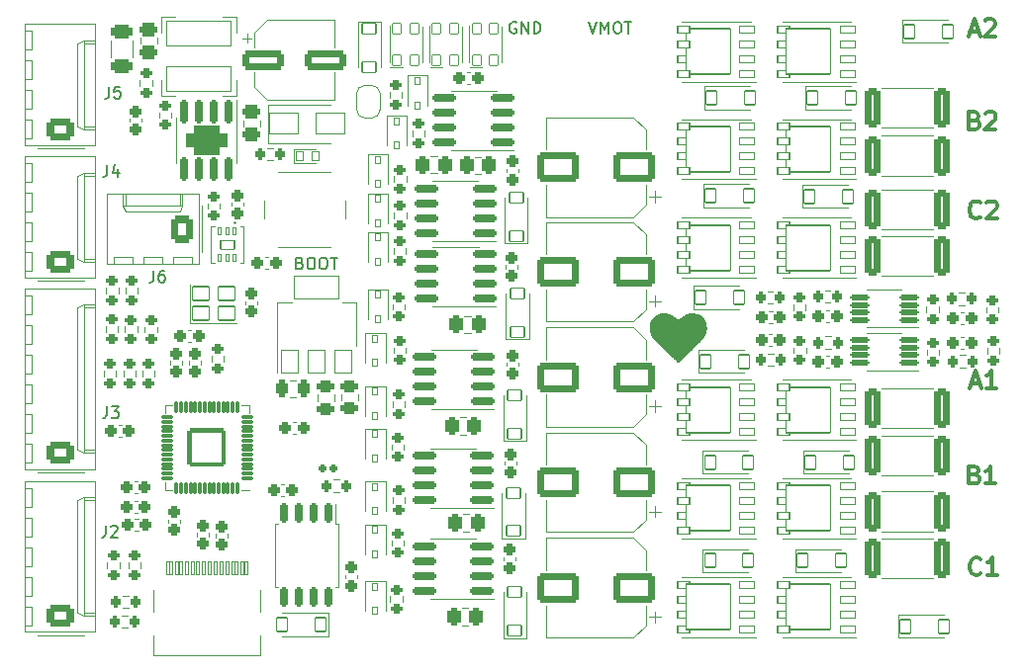
<source format=gto>
G04 #@! TF.GenerationSoftware,KiCad,Pcbnew,6.0.0-rc2*
G04 #@! TF.CreationDate,2022-06-17T00:24:21-07:00*
G04 #@! TF.ProjectId,RP2040_motor,52503230-3430-45f6-9d6f-746f722e6b69,REV1*
G04 #@! TF.SameCoordinates,Original*
G04 #@! TF.FileFunction,Legend,Top*
G04 #@! TF.FilePolarity,Positive*
%FSLAX46Y46*%
G04 Gerber Fmt 4.6, Leading zero omitted, Abs format (unit mm)*
G04 Created by KiCad (PCBNEW 6.0.0-rc2) date 2022-06-17 00:24:21*
%MOMM*%
%LPD*%
G01*
G04 APERTURE LIST*
G04 Aperture macros list*
%AMRoundRect*
0 Rectangle with rounded corners*
0 $1 Rounding radius*
0 $2 $3 $4 $5 $6 $7 $8 $9 X,Y pos of 4 corners*
0 Add a 4 corners polygon primitive as box body*
4,1,4,$2,$3,$4,$5,$6,$7,$8,$9,$2,$3,0*
0 Add four circle primitives for the rounded corners*
1,1,$1+$1,$2,$3*
1,1,$1+$1,$4,$5*
1,1,$1+$1,$6,$7*
1,1,$1+$1,$8,$9*
0 Add four rect primitives between the rounded corners*
20,1,$1+$1,$2,$3,$4,$5,0*
20,1,$1+$1,$4,$5,$6,$7,0*
20,1,$1+$1,$6,$7,$8,$9,0*
20,1,$1+$1,$8,$9,$2,$3,0*%
%AMFreePoly0*
4,1,37,0.536062,0.786062,0.551000,0.750000,0.551000,-0.750000,0.536062,-0.786062,0.500000,-0.801000,0.000000,-0.801000,-0.012525,-0.795812,-0.080875,-0.794559,-0.095149,-0.792248,-0.230464,-0.749973,-0.243516,-0.743747,-0.361526,-0.665192,-0.372306,-0.655554,-0.463526,-0.547035,-0.471167,-0.534759,-0.528262,-0.405000,-0.532150,-0.391073,-0.549733,-0.256613,-0.548336,-0.256430,-0.551000,-0.250000,
-0.551000,0.250000,-0.550512,0.251179,-0.550356,0.263956,-0.528545,0.404033,-0.524317,0.417860,-0.464069,0.546185,-0.456130,0.558271,-0.362286,0.664529,-0.351274,0.673901,-0.231379,0.749549,-0.218180,0.755454,-0.081873,0.794411,-0.067546,0.796373,-0.011990,0.796033,0.000000,0.801000,0.500000,0.801000,0.536062,0.786062,0.536062,0.786062,$1*%
%AMFreePoly1*
4,1,37,0.012349,0.795885,0.074216,0.795507,0.088518,0.793370,0.224339,0.752751,0.237465,0.746685,0.356427,0.669578,0.367324,0.660073,0.459862,0.552676,0.467652,0.540494,0.526329,0.411442,0.530388,0.397563,0.550485,0.257230,0.551000,0.250000,0.551000,-0.250000,0.550996,-0.250622,0.550847,-0.262838,0.550144,-0.270677,0.526624,-0.410478,0.522228,-0.424254,0.460416,-0.551833,
0.452330,-0.563821,0.357195,-0.668925,0.346069,-0.678161,0.225259,-0.752338,0.211989,-0.758081,0.075216,-0.795370,0.060866,-0.797157,0.011464,-0.796251,0.000000,-0.801000,-0.500000,-0.801000,-0.536062,-0.786062,-0.551000,-0.750000,-0.551000,0.750000,-0.536062,0.786062,-0.500000,0.801000,0.000000,0.801000,0.012349,0.795885,0.012349,0.795885,$1*%
G04 Aperture macros list end*
%ADD10C,0.200000*%
%ADD11C,0.300000*%
%ADD12C,0.150000*%
%ADD13C,0.120000*%
%ADD14RoundRect,0.294750X0.243750X0.456250X-0.243750X0.456250X-0.243750X-0.456250X0.243750X-0.456250X0*%
%ADD15RoundRect,0.276000X0.225000X0.250000X-0.225000X0.250000X-0.225000X-0.250000X0.225000X-0.250000X0*%
%ADD16RoundRect,0.276000X-0.250000X0.225000X-0.250000X-0.225000X0.250000X-0.225000X0.250000X0.225000X0*%
%ADD17RoundRect,0.276000X-0.225000X-0.250000X0.225000X-0.250000X0.225000X0.250000X-0.225000X0.250000X0*%
%ADD18RoundRect,0.276000X0.250000X-0.225000X0.250000X0.225000X-0.250000X0.225000X-0.250000X-0.225000X0*%
%ADD19RoundRect,0.198500X0.147500X0.172500X-0.147500X0.172500X-0.147500X-0.172500X0.147500X-0.172500X0*%
%ADD20RoundRect,0.051000X0.750000X-1.000000X0.750000X1.000000X-0.750000X1.000000X-0.750000X-1.000000X0*%
%ADD21RoundRect,0.051000X1.900000X-1.000000X1.900000X1.000000X-1.900000X1.000000X-1.900000X-1.000000X0*%
%ADD22RoundRect,0.201000X-0.150000X0.650000X-0.150000X-0.650000X0.150000X-0.650000X0.150000X0.650000X0*%
%ADD23RoundRect,0.251000X-0.200000X-0.275000X0.200000X-0.275000X0.200000X0.275000X-0.200000X0.275000X0*%
%ADD24RoundRect,0.251000X0.275000X-0.200000X0.275000X0.200000X-0.275000X0.200000X-0.275000X-0.200000X0*%
%ADD25RoundRect,0.294750X-0.456250X0.243750X-0.456250X-0.243750X0.456250X-0.243750X0.456250X0.243750X0*%
%ADD26RoundRect,0.101000X0.387500X0.050000X-0.387500X0.050000X-0.387500X-0.050000X0.387500X-0.050000X0*%
%ADD27RoundRect,0.101000X0.050000X0.387500X-0.050000X0.387500X-0.050000X-0.387500X0.050000X-0.387500X0*%
%ADD28RoundRect,0.195000X1.456000X1.456000X-1.456000X1.456000X-1.456000X-1.456000X1.456000X-1.456000X0*%
%ADD29RoundRect,0.301000X-0.250000X-0.475000X0.250000X-0.475000X0.250000X0.475000X-0.250000X0.475000X0*%
%ADD30FreePoly0,90.000000*%
%ADD31FreePoly1,90.000000*%
%ADD32RoundRect,0.301000X0.845000X-0.620000X0.845000X0.620000X-0.845000X0.620000X-0.845000X-0.620000X0*%
%ADD33O,2.292000X1.842000*%
%ADD34RoundRect,0.201000X-0.150000X0.825000X-0.150000X-0.825000X0.150000X-0.825000X0.150000X0.825000X0*%
%ADD35RoundRect,0.676000X-1.075000X0.625000X-1.075000X-0.625000X1.075000X-0.625000X1.075000X0.625000X0*%
%ADD36RoundRect,0.051000X0.600000X-0.450000X0.600000X0.450000X-0.600000X0.450000X-0.600000X-0.450000X0*%
%ADD37RoundRect,0.301000X1.500000X1.000000X-1.500000X1.000000X-1.500000X-1.000000X1.500000X-1.000000X0*%
%ADD38RoundRect,0.251000X-0.275000X0.200000X-0.275000X-0.200000X0.275000X-0.200000X0.275000X0.200000X0*%
%ADD39RoundRect,0.301000X-1.500000X-0.550000X1.500000X-0.550000X1.500000X0.550000X-1.500000X0.550000X0*%
%ADD40RoundRect,0.051000X0.300000X0.350000X-0.300000X0.350000X-0.300000X-0.350000X0.300000X-0.350000X0*%
%ADD41C,2.102000*%
%ADD42RoundRect,0.301000X0.362500X1.425000X-0.362500X1.425000X-0.362500X-1.425000X0.362500X-1.425000X0*%
%ADD43RoundRect,0.251000X0.200000X0.275000X-0.200000X0.275000X-0.200000X-0.275000X0.200000X-0.275000X0*%
%ADD44RoundRect,0.051000X0.635000X0.305000X-0.635000X0.305000X-0.635000X-0.305000X0.635000X-0.305000X0*%
%ADD45RoundRect,0.051000X0.510000X0.305000X-0.510000X0.305000X-0.510000X-0.305000X0.510000X-0.305000X0*%
%ADD46RoundRect,0.051000X1.905000X1.955000X-1.905000X1.955000X-1.905000X-1.955000X1.905000X-1.955000X0*%
%ADD47C,4.102000*%
%ADD48RoundRect,0.051000X-0.450000X-0.600000X0.450000X-0.600000X0.450000X0.600000X-0.450000X0.600000X0*%
%ADD49RoundRect,0.051000X-1.250000X-0.900000X1.250000X-0.900000X1.250000X0.900000X-1.250000X0.900000X0*%
%ADD50RoundRect,0.201000X0.825000X0.150000X-0.825000X0.150000X-0.825000X-0.150000X0.825000X-0.150000X0*%
%ADD51C,6.102000*%
%ADD52RoundRect,0.301000X-0.475000X0.250000X-0.475000X-0.250000X0.475000X-0.250000X0.475000X0.250000X0*%
%ADD53RoundRect,0.051000X-0.225000X0.300000X-0.225000X-0.300000X0.225000X-0.300000X0.225000X0.300000X0*%
%ADD54RoundRect,0.051000X2.750000X-1.075000X2.750000X1.075000X-2.750000X1.075000X-2.750000X-1.075000X0*%
%ADD55RoundRect,0.051000X-0.600000X0.450000X-0.600000X-0.450000X0.600000X-0.450000X0.600000X0.450000X0*%
%ADD56RoundRect,0.051000X0.375000X-0.450000X0.375000X0.450000X-0.375000X0.450000X-0.375000X-0.450000X0*%
%ADD57RoundRect,0.301000X0.250000X0.475000X-0.250000X0.475000X-0.250000X-0.475000X0.250000X-0.475000X0*%
%ADD58RoundRect,0.301000X0.620000X0.845000X-0.620000X0.845000X-0.620000X-0.845000X0.620000X-0.845000X0*%
%ADD59O,1.842000X2.292000*%
%ADD60RoundRect,0.051000X0.450000X0.600000X-0.450000X0.600000X-0.450000X-0.600000X0.450000X-0.600000X0*%
%ADD61RoundRect,0.151000X0.712500X0.100000X-0.712500X0.100000X-0.712500X-0.100000X0.712500X-0.100000X0*%
%ADD62RoundRect,0.051000X-0.700000X-0.600000X0.700000X-0.600000X0.700000X0.600000X-0.700000X0.600000X0*%
%ADD63RoundRect,0.051000X-0.127000X0.304800X-0.127000X-0.304800X0.127000X-0.304800X0.127000X0.304800X0*%
%ADD64RoundRect,0.051000X-0.596900X0.381000X-0.596900X-0.381000X0.596900X-0.381000X0.596900X0.381000X0*%
%ADD65RoundRect,0.301000X0.625000X-0.312500X0.625000X0.312500X-0.625000X0.312500X-0.625000X-0.312500X0*%
%ADD66C,0.752000*%
%ADD67RoundRect,0.051000X-0.150000X-0.575000X0.150000X-0.575000X0.150000X0.575000X-0.150000X0.575000X0*%
%ADD68O,1.102000X2.202000*%
%ADD69O,1.102000X1.702000*%
G04 APERTURE END LIST*
D10*
X124090476Y-68152380D02*
X124423809Y-69152380D01*
X124757142Y-68152380D01*
X125090476Y-69152380D02*
X125090476Y-68152380D01*
X125423809Y-68866666D01*
X125757142Y-68152380D01*
X125757142Y-69152380D01*
X126423809Y-68152380D02*
X126614285Y-68152380D01*
X126709523Y-68200000D01*
X126804761Y-68295238D01*
X126852380Y-68485714D01*
X126852380Y-68819047D01*
X126804761Y-69009523D01*
X126709523Y-69104761D01*
X126614285Y-69152380D01*
X126423809Y-69152380D01*
X126328571Y-69104761D01*
X126233333Y-69009523D01*
X126185714Y-68819047D01*
X126185714Y-68485714D01*
X126233333Y-68295238D01*
X126328571Y-68200000D01*
X126423809Y-68152380D01*
X127138095Y-68152380D02*
X127709523Y-68152380D01*
X127423809Y-69152380D02*
X127423809Y-68152380D01*
X117838095Y-68200000D02*
X117742857Y-68152380D01*
X117600000Y-68152380D01*
X117457142Y-68200000D01*
X117361904Y-68295238D01*
X117314285Y-68390476D01*
X117266666Y-68580952D01*
X117266666Y-68723809D01*
X117314285Y-68914285D01*
X117361904Y-69009523D01*
X117457142Y-69104761D01*
X117600000Y-69152380D01*
X117695238Y-69152380D01*
X117838095Y-69104761D01*
X117885714Y-69057142D01*
X117885714Y-68723809D01*
X117695238Y-68723809D01*
X118314285Y-69152380D02*
X118314285Y-68152380D01*
X118885714Y-69152380D01*
X118885714Y-68152380D01*
X119361904Y-69152380D02*
X119361904Y-68152380D01*
X119600000Y-68152380D01*
X119742857Y-68200000D01*
X119838095Y-68295238D01*
X119885714Y-68390476D01*
X119933333Y-68580952D01*
X119933333Y-68723809D01*
X119885714Y-68914285D01*
X119838095Y-69009523D01*
X119742857Y-69104761D01*
X119600000Y-69152380D01*
X119361904Y-69152380D01*
D11*
X156678571Y-69000000D02*
X157392857Y-69000000D01*
X156535714Y-69428571D02*
X157035714Y-67928571D01*
X157535714Y-69428571D01*
X157964285Y-68071428D02*
X158035714Y-68000000D01*
X158178571Y-67928571D01*
X158535714Y-67928571D01*
X158678571Y-68000000D01*
X158750000Y-68071428D01*
X158821428Y-68214285D01*
X158821428Y-68357142D01*
X158750000Y-68571428D01*
X157892857Y-69428571D01*
X158821428Y-69428571D01*
X157600000Y-115435714D02*
X157528571Y-115507142D01*
X157314285Y-115578571D01*
X157171428Y-115578571D01*
X156957142Y-115507142D01*
X156814285Y-115364285D01*
X156742857Y-115221428D01*
X156671428Y-114935714D01*
X156671428Y-114721428D01*
X156742857Y-114435714D01*
X156814285Y-114292857D01*
X156957142Y-114150000D01*
X157171428Y-114078571D01*
X157314285Y-114078571D01*
X157528571Y-114150000D01*
X157600000Y-114221428D01*
X159028571Y-115578571D02*
X158171428Y-115578571D01*
X158600000Y-115578571D02*
X158600000Y-114078571D01*
X158457142Y-114292857D01*
X158314285Y-114435714D01*
X158171428Y-114507142D01*
X156778571Y-99150000D02*
X157492857Y-99150000D01*
X156635714Y-99578571D02*
X157135714Y-98078571D01*
X157635714Y-99578571D01*
X158921428Y-99578571D02*
X158064285Y-99578571D01*
X158492857Y-99578571D02*
X158492857Y-98078571D01*
X158350000Y-98292857D01*
X158207142Y-98435714D01*
X158064285Y-98507142D01*
X157550000Y-84885714D02*
X157478571Y-84957142D01*
X157264285Y-85028571D01*
X157121428Y-85028571D01*
X156907142Y-84957142D01*
X156764285Y-84814285D01*
X156692857Y-84671428D01*
X156621428Y-84385714D01*
X156621428Y-84171428D01*
X156692857Y-83885714D01*
X156764285Y-83742857D01*
X156907142Y-83600000D01*
X157121428Y-83528571D01*
X157264285Y-83528571D01*
X157478571Y-83600000D01*
X157550000Y-83671428D01*
X158121428Y-83671428D02*
X158192857Y-83600000D01*
X158335714Y-83528571D01*
X158692857Y-83528571D01*
X158835714Y-83600000D01*
X158907142Y-83671428D01*
X158978571Y-83814285D01*
X158978571Y-83957142D01*
X158907142Y-84171428D01*
X158050000Y-85028571D01*
X158978571Y-85028571D01*
X157092857Y-76592857D02*
X157307142Y-76664285D01*
X157378571Y-76735714D01*
X157450000Y-76878571D01*
X157450000Y-77092857D01*
X157378571Y-77235714D01*
X157307142Y-77307142D01*
X157164285Y-77378571D01*
X156592857Y-77378571D01*
X156592857Y-75878571D01*
X157092857Y-75878571D01*
X157235714Y-75950000D01*
X157307142Y-76021428D01*
X157378571Y-76164285D01*
X157378571Y-76307142D01*
X157307142Y-76450000D01*
X157235714Y-76521428D01*
X157092857Y-76592857D01*
X156592857Y-76592857D01*
X158021428Y-76021428D02*
X158092857Y-75950000D01*
X158235714Y-75878571D01*
X158592857Y-75878571D01*
X158735714Y-75950000D01*
X158807142Y-76021428D01*
X158878571Y-76164285D01*
X158878571Y-76307142D01*
X158807142Y-76521428D01*
X157950000Y-77378571D01*
X158878571Y-77378571D01*
D10*
X99342857Y-88828571D02*
X99485714Y-88876190D01*
X99533333Y-88923809D01*
X99580952Y-89019047D01*
X99580952Y-89161904D01*
X99533333Y-89257142D01*
X99485714Y-89304761D01*
X99390476Y-89352380D01*
X99009523Y-89352380D01*
X99009523Y-88352380D01*
X99342857Y-88352380D01*
X99438095Y-88400000D01*
X99485714Y-88447619D01*
X99533333Y-88542857D01*
X99533333Y-88638095D01*
X99485714Y-88733333D01*
X99438095Y-88780952D01*
X99342857Y-88828571D01*
X99009523Y-88828571D01*
X100200000Y-88352380D02*
X100390476Y-88352380D01*
X100485714Y-88400000D01*
X100580952Y-88495238D01*
X100628571Y-88685714D01*
X100628571Y-89019047D01*
X100580952Y-89209523D01*
X100485714Y-89304761D01*
X100390476Y-89352380D01*
X100200000Y-89352380D01*
X100104761Y-89304761D01*
X100009523Y-89209523D01*
X99961904Y-89019047D01*
X99961904Y-88685714D01*
X100009523Y-88495238D01*
X100104761Y-88400000D01*
X100200000Y-88352380D01*
X101247619Y-88352380D02*
X101438095Y-88352380D01*
X101533333Y-88400000D01*
X101628571Y-88495238D01*
X101676190Y-88685714D01*
X101676190Y-89019047D01*
X101628571Y-89209523D01*
X101533333Y-89304761D01*
X101438095Y-89352380D01*
X101247619Y-89352380D01*
X101152380Y-89304761D01*
X101057142Y-89209523D01*
X101009523Y-89019047D01*
X101009523Y-88685714D01*
X101057142Y-88495238D01*
X101152380Y-88400000D01*
X101247619Y-88352380D01*
X101961904Y-88352380D02*
X102533333Y-88352380D01*
X102247619Y-89352380D02*
X102247619Y-88352380D01*
D11*
X157092857Y-106942857D02*
X157307142Y-107014285D01*
X157378571Y-107085714D01*
X157450000Y-107228571D01*
X157450000Y-107442857D01*
X157378571Y-107585714D01*
X157307142Y-107657142D01*
X157164285Y-107728571D01*
X156592857Y-107728571D01*
X156592857Y-106228571D01*
X157092857Y-106228571D01*
X157235714Y-106300000D01*
X157307142Y-106371428D01*
X157378571Y-106514285D01*
X157378571Y-106657142D01*
X157307142Y-106800000D01*
X157235714Y-106871428D01*
X157092857Y-106942857D01*
X156592857Y-106942857D01*
X158878571Y-107728571D02*
X158021428Y-107728571D01*
X158450000Y-107728571D02*
X158450000Y-106228571D01*
X158307142Y-106442857D01*
X158164285Y-106585714D01*
X158021428Y-106657142D01*
D12*
X82856666Y-80422380D02*
X82856666Y-81136666D01*
X82809047Y-81279523D01*
X82713809Y-81374761D01*
X82570952Y-81422380D01*
X82475714Y-81422380D01*
X83761428Y-80755714D02*
X83761428Y-81422380D01*
X83523333Y-80374761D02*
X83285238Y-81089047D01*
X83904285Y-81089047D01*
X82816666Y-101122380D02*
X82816666Y-101836666D01*
X82769047Y-101979523D01*
X82673809Y-102074761D01*
X82530952Y-102122380D01*
X82435714Y-102122380D01*
X83197619Y-101122380D02*
X83816666Y-101122380D01*
X83483333Y-101503333D01*
X83626190Y-101503333D01*
X83721428Y-101550952D01*
X83769047Y-101598571D01*
X83816666Y-101693809D01*
X83816666Y-101931904D01*
X83769047Y-102027142D01*
X83721428Y-102074761D01*
X83626190Y-102122380D01*
X83340476Y-102122380D01*
X83245238Y-102074761D01*
X83197619Y-102027142D01*
X83006666Y-73722380D02*
X83006666Y-74436666D01*
X82959047Y-74579523D01*
X82863809Y-74674761D01*
X82720952Y-74722380D01*
X82625714Y-74722380D01*
X83959047Y-73722380D02*
X83482857Y-73722380D01*
X83435238Y-74198571D01*
X83482857Y-74150952D01*
X83578095Y-74103333D01*
X83816190Y-74103333D01*
X83911428Y-74150952D01*
X83959047Y-74198571D01*
X84006666Y-74293809D01*
X84006666Y-74531904D01*
X83959047Y-74627142D01*
X83911428Y-74674761D01*
X83816190Y-74722380D01*
X83578095Y-74722380D01*
X83482857Y-74674761D01*
X83435238Y-74627142D01*
X86816666Y-89472380D02*
X86816666Y-90186666D01*
X86769047Y-90329523D01*
X86673809Y-90424761D01*
X86530952Y-90472380D01*
X86435714Y-90472380D01*
X87721428Y-89472380D02*
X87530952Y-89472380D01*
X87435714Y-89520000D01*
X87388095Y-89567619D01*
X87292857Y-89710476D01*
X87245238Y-89900952D01*
X87245238Y-90281904D01*
X87292857Y-90377142D01*
X87340476Y-90424761D01*
X87435714Y-90472380D01*
X87626190Y-90472380D01*
X87721428Y-90424761D01*
X87769047Y-90377142D01*
X87816666Y-90281904D01*
X87816666Y-90043809D01*
X87769047Y-89948571D01*
X87721428Y-89900952D01*
X87626190Y-89853333D01*
X87435714Y-89853333D01*
X87340476Y-89900952D01*
X87292857Y-89948571D01*
X87245238Y-90043809D01*
X82736666Y-111322380D02*
X82736666Y-112036666D01*
X82689047Y-112179523D01*
X82593809Y-112274761D01*
X82450952Y-112322380D01*
X82355714Y-112322380D01*
X83165238Y-111417619D02*
X83212857Y-111370000D01*
X83308095Y-111322380D01*
X83546190Y-111322380D01*
X83641428Y-111370000D01*
X83689047Y-111417619D01*
X83736666Y-111512857D01*
X83736666Y-111608095D01*
X83689047Y-111750952D01*
X83117619Y-112322380D01*
X83736666Y-112322380D01*
D13*
X98963578Y-100310000D02*
X98446422Y-100310000D01*
X98963578Y-98890000D02*
X98446422Y-98890000D01*
X85495580Y-110780000D02*
X85214420Y-110780000D01*
X85495580Y-111800000D02*
X85214420Y-111800000D01*
X88070000Y-110794420D02*
X88070000Y-111075580D01*
X89090000Y-110794420D02*
X89090000Y-111075580D01*
X98724420Y-102440000D02*
X99005580Y-102440000D01*
X98724420Y-103460000D02*
X99005580Y-103460000D01*
X103250000Y-115835580D02*
X103250000Y-115554420D01*
X104270000Y-115835580D02*
X104270000Y-115554420D01*
X104190000Y-92190000D02*
X102930000Y-92190000D01*
X97370000Y-98200000D02*
X97370000Y-92190000D01*
X97370000Y-92190000D02*
X98630000Y-92190000D01*
X104190000Y-95950000D02*
X104190000Y-92190000D01*
X102380000Y-111135000D02*
X102380000Y-109460000D01*
X97190000Y-113860000D02*
X97190000Y-111135000D01*
X102640000Y-113860000D02*
X102640000Y-111135000D01*
X97190000Y-111135000D02*
X97450000Y-111135000D01*
X102640000Y-113860000D02*
X102640000Y-116585000D01*
X102640000Y-111135000D02*
X102380000Y-111135000D01*
X102640000Y-116585000D02*
X102380000Y-116585000D01*
X97190000Y-116585000D02*
X97450000Y-116585000D01*
X97190000Y-113860000D02*
X97190000Y-116585000D01*
X90035580Y-95560000D02*
X89754420Y-95560000D01*
X90035580Y-94540000D02*
X89754420Y-94540000D01*
X102237742Y-108432500D02*
X102712258Y-108432500D01*
X102237742Y-107387500D02*
X102712258Y-107387500D01*
X91540000Y-111944420D02*
X91540000Y-112225580D01*
X90520000Y-111944420D02*
X90520000Y-112225580D01*
X84085580Y-102690000D02*
X83804420Y-102690000D01*
X84085580Y-103710000D02*
X83804420Y-103710000D01*
X90859000Y-97505580D02*
X90859000Y-97224420D01*
X89839000Y-97505580D02*
X89839000Y-97224420D01*
X84657500Y-114972258D02*
X84657500Y-114497742D01*
X85702500Y-114972258D02*
X85702500Y-114497742D01*
X88220000Y-97505580D02*
X88220000Y-97224420D01*
X89240000Y-97505580D02*
X89240000Y-97224420D01*
X102880000Y-100088922D02*
X102880000Y-100606078D01*
X104300000Y-100088922D02*
X104300000Y-100606078D01*
X97724420Y-107790000D02*
X98005580Y-107790000D01*
X97724420Y-108810000D02*
X98005580Y-108810000D01*
X85435580Y-110210000D02*
X85154420Y-110210000D01*
X85435580Y-109190000D02*
X85154420Y-109190000D01*
X87770000Y-101040000D02*
X87770000Y-101690000D01*
X94340000Y-101040000D02*
X94990000Y-101040000D01*
X94340000Y-108260000D02*
X94990000Y-108260000D01*
X88420000Y-101040000D02*
X87770000Y-101040000D01*
X87770000Y-108260000D02*
X87770000Y-107610000D01*
X88420000Y-108260000D02*
X87770000Y-108260000D01*
X94990000Y-101040000D02*
X94990000Y-101690000D01*
X94630000Y-92365580D02*
X94630000Y-92084420D01*
X95650000Y-92365580D02*
X95650000Y-92084420D01*
X83902500Y-114972258D02*
X83902500Y-114497742D01*
X82857500Y-114972258D02*
X82857500Y-114497742D01*
X93140000Y-112044420D02*
X93140000Y-112325580D01*
X92120000Y-112044420D02*
X92120000Y-112325580D01*
X85435580Y-108560000D02*
X85154420Y-108560000D01*
X85435580Y-107540000D02*
X85154420Y-107540000D01*
X92802500Y-97272258D02*
X92802500Y-96797742D01*
X91757500Y-97272258D02*
X91757500Y-96797742D01*
X102250000Y-100116422D02*
X102250000Y-100633578D01*
X100830000Y-100116422D02*
X100830000Y-100633578D01*
X113889680Y-73530000D02*
X113608520Y-73530000D01*
X113889680Y-72510000D02*
X113608520Y-72510000D01*
X113019648Y-103515000D02*
X113542152Y-103515000D01*
X113019648Y-102045000D02*
X113542152Y-102045000D01*
X105490000Y-76400000D02*
X104890000Y-76400000D01*
X104190000Y-75700000D02*
X104190000Y-74300000D01*
X106190000Y-74300000D02*
X106190000Y-75700000D01*
X104890000Y-73600000D02*
X105490000Y-73600000D01*
X104190000Y-75700000D02*
G75*
G03*
X104890000Y-76400000I699999J-1D01*
G01*
X104890000Y-73600000D02*
G75*
G03*
X104190000Y-74300000I-1J-699999D01*
G01*
X105490000Y-76400000D02*
G75*
G03*
X106190000Y-75700000I1J699999D01*
G01*
X106190000Y-74300000D02*
G75*
G03*
X105490000Y-73600000I-699999J1D01*
G01*
X75820000Y-81880000D02*
X76420000Y-81880000D01*
X76420000Y-82820000D02*
X75820000Y-82820000D01*
X75820000Y-79700000D02*
X75820000Y-90080000D01*
X76420000Y-84420000D02*
X76420000Y-82820000D01*
X76420000Y-89500000D02*
X76420000Y-87900000D01*
X76420000Y-87900000D02*
X75820000Y-87900000D01*
X76420000Y-86960000D02*
X76420000Y-85360000D01*
X76850000Y-90370000D02*
X80850000Y-90370000D01*
X75820000Y-84420000D02*
X76420000Y-84420000D01*
X80310000Y-88450000D02*
X80310000Y-81330000D01*
X76420000Y-81880000D02*
X76420000Y-80280000D01*
X81840000Y-88700000D02*
X80840000Y-88700000D01*
X76420000Y-80280000D02*
X75820000Y-80280000D01*
X80840000Y-88700000D02*
X80310000Y-88450000D01*
X80840000Y-81080000D02*
X81840000Y-81080000D01*
X81840000Y-88450000D02*
X80840000Y-88450000D01*
X81840000Y-90080000D02*
X81840000Y-79700000D01*
X75820000Y-89500000D02*
X76420000Y-89500000D01*
X80840000Y-88700000D02*
X80840000Y-81080000D01*
X76420000Y-85360000D02*
X75820000Y-85360000D01*
X80310000Y-81330000D02*
X80840000Y-81080000D01*
X75820000Y-90080000D02*
X81840000Y-90080000D01*
X81840000Y-81330000D02*
X80840000Y-81330000D01*
X81840000Y-79700000D02*
X75820000Y-79700000D01*
X75820000Y-86960000D02*
X76420000Y-86960000D01*
X93900000Y-78300000D02*
X93900000Y-80250000D01*
X93900000Y-78300000D02*
X93900000Y-74850000D01*
X88780000Y-78300000D02*
X88780000Y-76350000D01*
X88780000Y-78300000D02*
X88780000Y-80250000D01*
X116740000Y-104050000D02*
X116740000Y-100150000D01*
X118740000Y-104050000D02*
X118740000Y-100150000D01*
X116740000Y-104050000D02*
X118740000Y-104050000D01*
X128960000Y-119845563D02*
X128960000Y-118160000D01*
X120440000Y-112390000D02*
X120440000Y-115140000D01*
X128960000Y-113454437D02*
X128960000Y-115140000D01*
X127895563Y-120910000D02*
X120440000Y-120910000D01*
X120440000Y-120910000D02*
X120440000Y-118160000D01*
X130200000Y-119160000D02*
X129200000Y-119160000D01*
X128960000Y-119845563D02*
X127895563Y-120910000D01*
X127895563Y-112390000D02*
X120440000Y-112390000D01*
X129700000Y-119660000D02*
X129700000Y-118660000D01*
X128960000Y-113454437D02*
X127895563Y-112390000D01*
X107167500Y-112587742D02*
X107167500Y-113062258D01*
X108212500Y-112587742D02*
X108212500Y-113062258D01*
X96509437Y-74830000D02*
X102265000Y-74830000D01*
X94417500Y-69572500D02*
X95205000Y-69572500D01*
X95445000Y-69074437D02*
X95445000Y-70360000D01*
X96509437Y-68010000D02*
X102265000Y-68010000D01*
X95445000Y-69074437D02*
X96509437Y-68010000D01*
X94811250Y-69178750D02*
X94811250Y-69966250D01*
X102265000Y-68010000D02*
X102265000Y-70360000D01*
X95445000Y-73765563D02*
X95445000Y-72480000D01*
X95445000Y-73765563D02*
X96509437Y-74830000D01*
X102265000Y-74830000D02*
X102265000Y-72480000D01*
X100690000Y-80250000D02*
X98840000Y-80250000D01*
X100690000Y-79050000D02*
X98840000Y-79050000D01*
X98840000Y-79050000D02*
X98840000Y-80250000D01*
X96240000Y-83500000D02*
X96240000Y-85000000D01*
X97490000Y-87500000D02*
X101990000Y-87500000D01*
X103240000Y-85000000D02*
X103240000Y-83500000D01*
X101990000Y-81000000D02*
X97490000Y-81000000D01*
X153477064Y-112430000D02*
X149122936Y-112430000D01*
X153477064Y-115850000D02*
X149122936Y-115850000D01*
X144630580Y-96790000D02*
X144349420Y-96790000D01*
X144630580Y-97810000D02*
X144349420Y-97810000D01*
X144717258Y-91187500D02*
X144242742Y-91187500D01*
X144717258Y-92232500D02*
X144242742Y-92232500D01*
X146495000Y-115730000D02*
X140605000Y-115730000D01*
X146950000Y-120870000D02*
X140605000Y-120870000D01*
X158087500Y-92582742D02*
X158087500Y-93057258D01*
X159132500Y-92582742D02*
X159132500Y-93057258D01*
X153477064Y-82550000D02*
X149122936Y-82550000D01*
X153477064Y-85970000D02*
X149122936Y-85970000D01*
X82717500Y-94262742D02*
X82717500Y-94737258D01*
X83762500Y-94262742D02*
X83762500Y-94737258D01*
X158136600Y-96602258D02*
X158136600Y-96127742D01*
X159181600Y-96602258D02*
X159181600Y-96127742D01*
X118070000Y-80760320D02*
X118070000Y-81041480D01*
X117050000Y-80760320D02*
X117050000Y-81041480D01*
X150850000Y-67970000D02*
X154750000Y-67970000D01*
X150850000Y-67970000D02*
X150850000Y-69970000D01*
X150850000Y-69970000D02*
X154750000Y-69970000D01*
X84357500Y-94272742D02*
X84357500Y-94747258D01*
X85402500Y-94272742D02*
X85402500Y-94747258D01*
X84182742Y-118382500D02*
X84657258Y-118382500D01*
X84182742Y-117337500D02*
X84657258Y-117337500D01*
X146495000Y-68159500D02*
X140605000Y-68159500D01*
X146950000Y-73299500D02*
X140605000Y-73299500D01*
X107336500Y-96077742D02*
X107336500Y-96552258D01*
X108381500Y-96077742D02*
X108381500Y-96552258D01*
X108946500Y-77497742D02*
X108946500Y-77972258D01*
X109991500Y-77497742D02*
X109991500Y-77972258D01*
X133821000Y-104875000D02*
X133821000Y-106875000D01*
X133821000Y-104875000D02*
X137721000Y-104875000D01*
X133821000Y-106875000D02*
X137721000Y-106875000D01*
X84597258Y-119047500D02*
X84122742Y-119047500D01*
X84597258Y-120092500D02*
X84122742Y-120092500D01*
X96585000Y-75250000D02*
X96585000Y-78550000D01*
X96585000Y-78550000D02*
X101985000Y-78550000D01*
X96585000Y-75250000D02*
X101985000Y-75250000D01*
X113409648Y-93365000D02*
X113932152Y-93365000D01*
X113409648Y-94835000D02*
X113932152Y-94835000D01*
X112449100Y-109810000D02*
X110499100Y-109810000D01*
X112449100Y-104690000D02*
X110499100Y-104690000D01*
X112449100Y-109810000D02*
X115899100Y-109810000D01*
X112449100Y-104690000D02*
X114399100Y-104690000D01*
X75820000Y-93200000D02*
X76420000Y-93200000D01*
X75820000Y-106480000D02*
X81840000Y-106480000D01*
X76420000Y-101760000D02*
X75820000Y-101760000D01*
X80840000Y-105100000D02*
X80840000Y-92400000D01*
X76420000Y-99220000D02*
X75820000Y-99220000D01*
X80310000Y-92650000D02*
X80840000Y-92400000D01*
X75820000Y-103360000D02*
X76420000Y-103360000D01*
X76420000Y-105900000D02*
X76420000Y-104300000D01*
X75820000Y-105900000D02*
X76420000Y-105900000D01*
X81840000Y-92650000D02*
X80840000Y-92650000D01*
X76850000Y-106770000D02*
X80850000Y-106770000D01*
X81840000Y-106480000D02*
X81840000Y-91020000D01*
X76420000Y-100820000D02*
X76420000Y-99220000D01*
X76420000Y-104300000D02*
X75820000Y-104300000D01*
X75820000Y-91020000D02*
X75820000Y-106480000D01*
X76420000Y-91600000D02*
X75820000Y-91600000D01*
X76420000Y-103360000D02*
X76420000Y-101760000D01*
X76420000Y-94140000D02*
X75820000Y-94140000D01*
X75820000Y-98280000D02*
X76420000Y-98280000D01*
X76420000Y-98280000D02*
X76420000Y-96680000D01*
X80840000Y-105100000D02*
X80310000Y-104850000D01*
X81840000Y-91020000D02*
X75820000Y-91020000D01*
X76420000Y-93200000D02*
X76420000Y-91600000D01*
X80840000Y-92400000D02*
X81840000Y-92400000D01*
X75820000Y-100820000D02*
X76420000Y-100820000D01*
X81840000Y-104850000D02*
X80840000Y-104850000D01*
X80310000Y-104850000D02*
X80310000Y-92650000D01*
X81840000Y-105100000D02*
X80840000Y-105100000D01*
X76420000Y-95740000D02*
X76420000Y-94140000D01*
X75820000Y-95740000D02*
X76420000Y-95740000D01*
X76420000Y-96680000D02*
X75820000Y-96680000D01*
X120440000Y-84880000D02*
X120440000Y-82130000D01*
X128960000Y-83815563D02*
X127895563Y-84880000D01*
X127895563Y-76360000D02*
X120440000Y-76360000D01*
X128960000Y-77424437D02*
X128960000Y-79110000D01*
X127895563Y-84880000D02*
X120440000Y-84880000D01*
X128960000Y-77424437D02*
X127895563Y-76360000D01*
X120440000Y-76360000D02*
X120440000Y-79110000D01*
X128960000Y-83815563D02*
X128960000Y-82130000D01*
X130200000Y-83130000D02*
X129200000Y-83130000D01*
X129700000Y-83630000D02*
X129700000Y-82630000D01*
X85665000Y-69533748D02*
X85665000Y-70056252D01*
X87135000Y-69533748D02*
X87135000Y-70056252D01*
X108291500Y-100677742D02*
X108291500Y-101152258D01*
X107246500Y-100677742D02*
X107246500Y-101152258D01*
X84387500Y-91437258D02*
X84387500Y-90962742D01*
X85432500Y-91437258D02*
X85432500Y-90962742D01*
X155881020Y-95135000D02*
X156162180Y-95135000D01*
X155881020Y-96155000D02*
X156162180Y-96155000D01*
X105150000Y-86195000D02*
X105150000Y-88745000D01*
X106850000Y-86195000D02*
X105150000Y-86195000D01*
X106850000Y-86195000D02*
X106850000Y-88745000D01*
X154044400Y-96722258D02*
X154044400Y-96247742D01*
X152999400Y-96722258D02*
X152999400Y-96247742D01*
X118740000Y-120950000D02*
X118740000Y-117050000D01*
X116740000Y-120950000D02*
X116740000Y-117050000D01*
X116740000Y-120950000D02*
X118740000Y-120950000D01*
X155859420Y-94080000D02*
X156140580Y-94080000D01*
X155859420Y-93060000D02*
X156140580Y-93060000D01*
X144630580Y-92840000D02*
X144349420Y-92840000D01*
X144630580Y-93860000D02*
X144349420Y-93860000D01*
X146950000Y-81640000D02*
X140605000Y-81640000D01*
X146495000Y-76500000D02*
X140605000Y-76500000D01*
X93895000Y-67720000D02*
X92695000Y-67720000D01*
X87495000Y-67720000D02*
X88695000Y-67720000D01*
X87495000Y-67720000D02*
X87495000Y-69120000D01*
X93895000Y-74520000D02*
X92695000Y-74520000D01*
X87495000Y-74520000D02*
X88695000Y-74520000D01*
X93895000Y-67720000D02*
X93895000Y-69120000D01*
X87495000Y-74520000D02*
X87495000Y-73120000D01*
X93895000Y-74520000D02*
X93895000Y-73120000D01*
X76850000Y-79020000D02*
X80850000Y-79020000D01*
X76420000Y-73070000D02*
X76420000Y-71470000D01*
X80840000Y-77350000D02*
X80310000Y-77100000D01*
X75820000Y-73070000D02*
X76420000Y-73070000D01*
X76420000Y-75610000D02*
X76420000Y-74010000D01*
X76420000Y-68930000D02*
X75820000Y-68930000D01*
X80840000Y-69730000D02*
X81840000Y-69730000D01*
X76420000Y-71470000D02*
X75820000Y-71470000D01*
X75820000Y-68350000D02*
X75820000Y-78730000D01*
X80310000Y-69980000D02*
X80840000Y-69730000D01*
X81840000Y-77100000D02*
X80840000Y-77100000D01*
X75820000Y-78150000D02*
X76420000Y-78150000D01*
X75820000Y-70530000D02*
X76420000Y-70530000D01*
X76420000Y-76550000D02*
X75820000Y-76550000D01*
X81840000Y-78730000D02*
X81840000Y-68350000D01*
X76420000Y-74010000D02*
X75820000Y-74010000D01*
X75820000Y-75610000D02*
X76420000Y-75610000D01*
X76420000Y-78150000D02*
X76420000Y-76550000D01*
X81840000Y-77350000D02*
X80840000Y-77350000D01*
X80840000Y-77350000D02*
X80840000Y-69730000D01*
X81840000Y-69980000D02*
X80840000Y-69980000D01*
X75820000Y-78730000D02*
X81840000Y-78730000D01*
X76420000Y-70530000D02*
X76420000Y-68930000D01*
X80310000Y-77100000D02*
X80310000Y-69980000D01*
X81840000Y-68350000D02*
X75820000Y-68350000D01*
X153477064Y-99570000D02*
X149122936Y-99570000D01*
X153477064Y-102990000D02*
X149122936Y-102990000D01*
X88342500Y-76382258D02*
X88342500Y-75907742D01*
X87297500Y-76382258D02*
X87297500Y-75907742D01*
X153477064Y-73830000D02*
X149122936Y-73830000D01*
X153477064Y-77250000D02*
X149122936Y-77250000D01*
X110250000Y-72770000D02*
X110250000Y-75320000D01*
X110250000Y-72770000D02*
X108550000Y-72770000D01*
X108550000Y-72770000D02*
X108550000Y-75320000D01*
X141557500Y-92837258D02*
X141557500Y-92362742D01*
X142602500Y-92837258D02*
X142602500Y-92362742D01*
X106290000Y-68130000D02*
X106290000Y-72030000D01*
X106290000Y-68130000D02*
X104290000Y-68130000D01*
X104290000Y-68130000D02*
X104290000Y-72030000D01*
X138350000Y-81640000D02*
X132005000Y-81640000D01*
X137895000Y-76500000D02*
X132005000Y-76500000D01*
X137895000Y-84950000D02*
X132005000Y-84950000D01*
X138350000Y-90090000D02*
X132005000Y-90090000D01*
X114199100Y-74060000D02*
X112249100Y-74060000D01*
X114199100Y-79180000D02*
X112249100Y-79180000D01*
X114199100Y-74060000D02*
X116149100Y-74060000D01*
X114199100Y-79180000D02*
X117649100Y-79180000D01*
X108081500Y-74197742D02*
X108081500Y-74672258D01*
X107036500Y-74197742D02*
X107036500Y-74672258D01*
X113790000Y-71600000D02*
X113790000Y-68500000D01*
X114940000Y-72050000D02*
X113865000Y-72050000D01*
X116590000Y-71600000D02*
X116590000Y-68600000D01*
X107386500Y-81402742D02*
X107386500Y-81877258D01*
X108431500Y-81402742D02*
X108431500Y-81877258D01*
X146495000Y-84950000D02*
X140605000Y-84950000D01*
X146950000Y-90090000D02*
X140605000Y-90090000D01*
X111060352Y-81135000D02*
X110537848Y-81135000D01*
X111060352Y-79665000D02*
X110537848Y-79665000D01*
X94500000Y-83659420D02*
X94500000Y-83940580D01*
X93480000Y-83659420D02*
X93480000Y-83940580D01*
X112659100Y-87430000D02*
X114609100Y-87430000D01*
X112659100Y-92550000D02*
X110709100Y-92550000D01*
X112659100Y-87430000D02*
X110709100Y-87430000D01*
X112659100Y-92550000D02*
X116109100Y-92550000D01*
X153477064Y-107030000D02*
X149122936Y-107030000D01*
X153477064Y-103610000D02*
X149122936Y-103610000D01*
X112459100Y-117580000D02*
X115909100Y-117580000D01*
X112459100Y-117580000D02*
X110509100Y-117580000D01*
X112459100Y-112460000D02*
X110509100Y-112460000D01*
X112459100Y-112460000D02*
X114409100Y-112460000D01*
X91442400Y-84175258D02*
X91442400Y-83700742D01*
X92487400Y-84175258D02*
X92487400Y-83700742D01*
X112649100Y-81810000D02*
X114599100Y-81810000D01*
X112649100Y-81810000D02*
X110699100Y-81810000D01*
X112649100Y-86930000D02*
X116099100Y-86930000D01*
X112649100Y-86930000D02*
X110699100Y-86930000D01*
X107288500Y-108892742D02*
X107288500Y-109367258D01*
X108333500Y-108892742D02*
X108333500Y-109367258D01*
X105150000Y-82870000D02*
X105150000Y-85420000D01*
X106850000Y-82870000D02*
X105150000Y-82870000D01*
X106850000Y-82870000D02*
X106850000Y-85420000D01*
X96561642Y-78987500D02*
X97036158Y-78987500D01*
X96561642Y-80032500D02*
X97036158Y-80032500D01*
X153477064Y-111830000D02*
X149122936Y-111830000D01*
X153477064Y-108410000D02*
X149122936Y-108410000D01*
X146495000Y-107280000D02*
X140605000Y-107280000D01*
X146950000Y-112420000D02*
X140605000Y-112420000D01*
X120440000Y-103340000D02*
X120440000Y-106090000D01*
X127895563Y-111860000D02*
X120440000Y-111860000D01*
X129700000Y-110610000D02*
X129700000Y-109610000D01*
X127895563Y-103340000D02*
X120440000Y-103340000D01*
X128960000Y-104404437D02*
X128960000Y-106090000D01*
X128960000Y-110795563D02*
X128960000Y-109110000D01*
X128960000Y-110795563D02*
X127895563Y-111860000D01*
X130200000Y-110110000D02*
X129200000Y-110110000D01*
X120440000Y-111860000D02*
X120440000Y-109110000D01*
X128960000Y-104404437D02*
X127895563Y-103340000D01*
X141761000Y-113335000D02*
X141761000Y-115335000D01*
X141761000Y-115335000D02*
X145661000Y-115335000D01*
X141761000Y-113335000D02*
X145661000Y-113335000D01*
X84460000Y-82910000D02*
X84460000Y-83910000D01*
X89290000Y-83910000D02*
X89040000Y-84440000D01*
X89290000Y-83910000D02*
X84210000Y-83910000D01*
X88490000Y-88330000D02*
X88490000Y-88930000D01*
X82830000Y-88930000D02*
X90670000Y-88930000D01*
X85010000Y-88330000D02*
X83410000Y-88330000D01*
X89290000Y-82910000D02*
X89290000Y-83910000D01*
X85010000Y-88930000D02*
X85010000Y-88330000D01*
X90090000Y-88330000D02*
X88490000Y-88330000D01*
X90090000Y-88930000D02*
X90090000Y-88330000D01*
X90960000Y-87900000D02*
X90960000Y-83900000D01*
X89040000Y-84440000D02*
X84460000Y-84440000D01*
X89040000Y-82910000D02*
X89040000Y-83910000D01*
X87550000Y-88330000D02*
X85950000Y-88330000D01*
X90670000Y-82910000D02*
X82830000Y-82910000D01*
X87550000Y-88930000D02*
X87550000Y-88330000D01*
X90670000Y-88930000D02*
X90670000Y-82910000D01*
X85950000Y-88330000D02*
X85950000Y-88930000D01*
X84460000Y-84440000D02*
X84210000Y-83910000D01*
X83410000Y-88330000D02*
X83410000Y-88930000D01*
X84210000Y-83910000D02*
X84210000Y-82910000D01*
X82830000Y-82910000D02*
X82830000Y-88930000D01*
X142450000Y-104875000D02*
X146350000Y-104875000D01*
X142450000Y-106875000D02*
X146350000Y-106875000D01*
X142450000Y-104875000D02*
X142450000Y-106875000D01*
X107186500Y-104382742D02*
X107186500Y-104857258D01*
X108231500Y-104382742D02*
X108231500Y-104857258D01*
X113319648Y-110345000D02*
X113842152Y-110345000D01*
X113319648Y-111815000D02*
X113842152Y-111815000D01*
X108412500Y-87557742D02*
X108412500Y-88032258D01*
X107367500Y-87557742D02*
X107367500Y-88032258D01*
X101740000Y-120800000D02*
X97840000Y-120800000D01*
X101740000Y-120800000D02*
X101740000Y-118800000D01*
X101740000Y-118800000D02*
X97840000Y-118800000D01*
X137895000Y-68150000D02*
X132005000Y-68150000D01*
X138350000Y-73290000D02*
X132005000Y-73290000D01*
X105150000Y-91070000D02*
X105150000Y-93620000D01*
X106850000Y-91070000D02*
X106850000Y-93620000D01*
X106850000Y-91070000D02*
X105150000Y-91070000D01*
X149340000Y-98010000D02*
X152265000Y-98010000D01*
X149340000Y-94790000D02*
X150840000Y-94790000D01*
X149340000Y-94790000D02*
X147840000Y-94790000D01*
X149340000Y-98010000D02*
X147840000Y-98010000D01*
X105150000Y-79520000D02*
X105150000Y-82070000D01*
X106850000Y-79520000D02*
X106850000Y-82070000D01*
X106850000Y-79520000D02*
X105150000Y-79520000D01*
X104950000Y-94850000D02*
X104950000Y-97400000D01*
X106650000Y-94850000D02*
X104950000Y-94850000D01*
X106650000Y-94850000D02*
X106650000Y-97400000D01*
X133871000Y-82045000D02*
X133871000Y-84045000D01*
X133871000Y-84045000D02*
X137771000Y-84045000D01*
X133871000Y-82045000D02*
X137771000Y-82045000D01*
X139384642Y-97660500D02*
X139859158Y-97660500D01*
X139384642Y-96615500D02*
X139859158Y-96615500D01*
X139770580Y-93970000D02*
X139489420Y-93970000D01*
X139770580Y-92950000D02*
X139489420Y-92950000D01*
X112499100Y-96240000D02*
X110549100Y-96240000D01*
X112499100Y-96240000D02*
X114449100Y-96240000D01*
X112499100Y-101360000D02*
X115949100Y-101360000D01*
X112499100Y-101360000D02*
X110549100Y-101360000D01*
X138350000Y-112420000D02*
X132005000Y-112420000D01*
X137895000Y-107280000D02*
X132005000Y-107280000D01*
X89940000Y-90650000D02*
X89940000Y-93950000D01*
X89940000Y-93950000D02*
X93940000Y-93950000D01*
X144772258Y-95108400D02*
X144297742Y-95108400D01*
X144772258Y-96153400D02*
X144297742Y-96153400D01*
X107067500Y-117387742D02*
X107067500Y-117862258D01*
X108112500Y-117387742D02*
X108112500Y-117862258D01*
X127895563Y-102860000D02*
X120440000Y-102860000D01*
X128960000Y-101795563D02*
X127895563Y-102860000D01*
X128960000Y-101795563D02*
X128960000Y-100110000D01*
X120440000Y-102860000D02*
X120440000Y-100110000D01*
X128960000Y-95404437D02*
X127895563Y-94340000D01*
X130200000Y-101110000D02*
X129200000Y-101110000D01*
X120440000Y-94340000D02*
X120440000Y-97090000D01*
X127895563Y-94340000D02*
X120440000Y-94340000D01*
X128960000Y-95404437D02*
X128960000Y-97090000D01*
X129700000Y-101610000D02*
X129700000Y-100610000D01*
X108450000Y-76220000D02*
X106750000Y-76220000D01*
X108450000Y-76220000D02*
X108450000Y-78770000D01*
X106750000Y-76220000D02*
X106750000Y-78770000D01*
X83612500Y-98072742D02*
X83612500Y-98547258D01*
X82567500Y-98072742D02*
X82567500Y-98547258D01*
X149340000Y-94350000D02*
X152265000Y-94350000D01*
X149340000Y-91130000D02*
X147840000Y-91130000D01*
X149340000Y-94350000D02*
X147840000Y-94350000D01*
X149340000Y-91130000D02*
X150840000Y-91130000D01*
X80840000Y-119050000D02*
X80840000Y-108890000D01*
X76420000Y-112230000D02*
X76420000Y-110630000D01*
X76420000Y-117310000D02*
X76420000Y-115710000D01*
X76420000Y-109690000D02*
X76420000Y-108090000D01*
X80840000Y-108890000D02*
X81840000Y-108890000D01*
X76420000Y-115710000D02*
X75820000Y-115710000D01*
X81840000Y-107510000D02*
X75820000Y-107510000D01*
X80310000Y-118800000D02*
X80310000Y-109140000D01*
X75820000Y-114770000D02*
X76420000Y-114770000D01*
X75820000Y-117310000D02*
X76420000Y-117310000D01*
X76420000Y-119850000D02*
X76420000Y-118250000D01*
X76420000Y-118250000D02*
X75820000Y-118250000D01*
X75820000Y-120430000D02*
X81840000Y-120430000D01*
X76420000Y-114770000D02*
X76420000Y-113170000D01*
X80840000Y-119050000D02*
X80310000Y-118800000D01*
X76420000Y-110630000D02*
X75820000Y-110630000D01*
X81840000Y-109140000D02*
X80840000Y-109140000D01*
X81840000Y-119050000D02*
X80840000Y-119050000D01*
X76420000Y-108090000D02*
X75820000Y-108090000D01*
X76420000Y-113170000D02*
X75820000Y-113170000D01*
X81840000Y-120430000D02*
X81840000Y-107510000D01*
X75820000Y-112230000D02*
X76420000Y-112230000D01*
X75820000Y-119850000D02*
X76420000Y-119850000D01*
X75820000Y-109690000D02*
X76420000Y-109690000D01*
X75820000Y-107510000D02*
X75820000Y-120430000D01*
X76850000Y-120720000D02*
X80850000Y-120720000D01*
X81840000Y-118800000D02*
X80840000Y-118800000D01*
X80310000Y-109140000D02*
X80840000Y-108890000D01*
X110390000Y-71600000D02*
X110390000Y-68500000D01*
X113190000Y-71600000D02*
X113190000Y-68600000D01*
X111540000Y-72050000D02*
X110465000Y-72050000D01*
X108312500Y-92357742D02*
X108312500Y-92832258D01*
X107267500Y-92357742D02*
X107267500Y-92832258D01*
X139748980Y-95935000D02*
X139467820Y-95935000D01*
X139748980Y-94915000D02*
X139467820Y-94915000D01*
X118840000Y-87120000D02*
X118840000Y-83220000D01*
X116840000Y-87120000D02*
X118840000Y-87120000D01*
X116840000Y-87120000D02*
X116840000Y-83220000D01*
X138350000Y-120870000D02*
X132005000Y-120870000D01*
X137895000Y-115730000D02*
X132005000Y-115730000D01*
X133050000Y-90755000D02*
X136950000Y-90755000D01*
X133050000Y-92755000D02*
X136950000Y-92755000D01*
X133050000Y-90755000D02*
X133050000Y-92755000D01*
X133821000Y-115335000D02*
X137721000Y-115335000D01*
X133821000Y-113335000D02*
X133821000Y-115335000D01*
X133821000Y-113335000D02*
X137721000Y-113335000D01*
X117770000Y-114040320D02*
X117770000Y-114321480D01*
X116750000Y-114040320D02*
X116750000Y-114321480D01*
X154002500Y-93017258D02*
X154002500Y-92542742D01*
X152957500Y-93017258D02*
X152957500Y-92542742D01*
X117970000Y-89010320D02*
X117970000Y-89291480D01*
X116950000Y-89010320D02*
X116950000Y-89291480D01*
X156295358Y-96719500D02*
X155820842Y-96719500D01*
X156295358Y-97764500D02*
X155820842Y-97764500D01*
X133950000Y-75695000D02*
X137850000Y-75695000D01*
X133950000Y-73695000D02*
X137850000Y-73695000D01*
X133950000Y-73695000D02*
X133950000Y-75695000D01*
X142561000Y-73695000D02*
X142561000Y-75695000D01*
X142561000Y-75695000D02*
X146461000Y-75695000D01*
X142561000Y-73695000D02*
X146461000Y-73695000D01*
X133450000Y-96250000D02*
X137350000Y-96250000D01*
X133450000Y-98250000D02*
X137350000Y-98250000D01*
X133450000Y-96250000D02*
X133450000Y-98250000D01*
X96349420Y-88300000D02*
X96630580Y-88300000D01*
X96349420Y-89320000D02*
X96630580Y-89320000D01*
X104950000Y-111225000D02*
X104950000Y-113775000D01*
X106650000Y-111225000D02*
X104950000Y-111225000D01*
X106650000Y-111225000D02*
X106650000Y-113775000D01*
X150561000Y-120935000D02*
X154461000Y-120935000D01*
X150561000Y-118935000D02*
X154461000Y-118935000D01*
X150561000Y-118935000D02*
X150561000Y-120935000D01*
X146495000Y-98839500D02*
X140605000Y-98839500D01*
X146950000Y-103979500D02*
X140605000Y-103979500D01*
X137895000Y-98830000D02*
X132005000Y-98830000D01*
X138350000Y-103970000D02*
X132005000Y-103970000D01*
X87112500Y-94282742D02*
X87112500Y-94757258D01*
X86067500Y-94282742D02*
X86067500Y-94757258D01*
X141599400Y-96552258D02*
X141599400Y-96077742D01*
X142644400Y-96552258D02*
X142644400Y-96077742D01*
X106990000Y-71600000D02*
X106990000Y-68500000D01*
X109790000Y-71600000D02*
X109790000Y-68600000D01*
X108140000Y-72050000D02*
X107065000Y-72050000D01*
X153477064Y-77930000D02*
X149122936Y-77930000D01*
X153477064Y-81350000D02*
X149122936Y-81350000D01*
X94211643Y-88821100D02*
X94523700Y-88821100D01*
X92016357Y-85722300D02*
X91704300Y-85722300D01*
X91704300Y-85722300D02*
X91704300Y-88821100D01*
X94523700Y-88821100D02*
X94523700Y-85722300D01*
X94523700Y-85722300D02*
X94211643Y-85722300D01*
X91704300Y-88821100D02*
X92016357Y-88821100D01*
X93840200Y-85384600D02*
G75*
G03*
X93840200Y-85384600I-76200J0D01*
G01*
X153477064Y-86490000D02*
X149122936Y-86490000D01*
X153477064Y-89910000D02*
X149122936Y-89910000D01*
X106650000Y-103000000D02*
X104950000Y-103000000D01*
X104950000Y-103000000D02*
X104950000Y-105550000D01*
X106650000Y-103000000D02*
X106650000Y-105550000D01*
X106650000Y-99400000D02*
X104950000Y-99400000D01*
X104950000Y-99400000D02*
X104950000Y-101950000D01*
X106650000Y-99400000D02*
X106650000Y-101950000D01*
X108433500Y-84512742D02*
X108433500Y-84987258D01*
X107388500Y-84512742D02*
X107388500Y-84987258D01*
X113209648Y-119865000D02*
X113732152Y-119865000D01*
X113209648Y-118395000D02*
X113732152Y-118395000D01*
X116640000Y-112400000D02*
X118640000Y-112400000D01*
X118640000Y-112400000D02*
X118640000Y-108500000D01*
X116640000Y-112400000D02*
X116640000Y-108500000D01*
X85867500Y-98062742D02*
X85867500Y-98537258D01*
X86912500Y-98062742D02*
X86912500Y-98537258D01*
X116850000Y-105840320D02*
X116850000Y-106121480D01*
X117870000Y-105840320D02*
X117870000Y-106121480D01*
X85302500Y-98062742D02*
X85302500Y-98537258D01*
X84257500Y-98062742D02*
X84257500Y-98537258D01*
X130200000Y-92080000D02*
X129200000Y-92080000D01*
X129700000Y-92580000D02*
X129700000Y-91580000D01*
X127895563Y-85310000D02*
X120440000Y-85310000D01*
X120440000Y-93830000D02*
X120440000Y-91080000D01*
X128960000Y-92765563D02*
X127895563Y-93830000D01*
X127895563Y-93830000D02*
X120440000Y-93830000D01*
X128960000Y-86374437D02*
X128960000Y-88060000D01*
X120440000Y-85310000D02*
X120440000Y-88060000D01*
X128960000Y-86374437D02*
X127895563Y-85310000D01*
X128960000Y-92765563D02*
X128960000Y-91080000D01*
X106650000Y-116100000D02*
X104950000Y-116100000D01*
X104950000Y-116100000D02*
X104950000Y-118650000D01*
X106650000Y-116100000D02*
X106650000Y-118650000D01*
X156217258Y-92422500D02*
X155742742Y-92422500D01*
X156217258Y-91377500D02*
X155742742Y-91377500D01*
X83160000Y-71232064D02*
X83160000Y-69777936D01*
X84980000Y-71232064D02*
X84980000Y-69777936D01*
X106650000Y-107550000D02*
X104950000Y-107550000D01*
X104950000Y-107550000D02*
X104950000Y-110100000D01*
X106650000Y-107550000D02*
X106650000Y-110100000D01*
X114319648Y-81185000D02*
X114842152Y-81185000D01*
X114319648Y-79715000D02*
X114842152Y-79715000D01*
X118940000Y-95370000D02*
X118940000Y-91470000D01*
X116940000Y-95370000D02*
X116940000Y-91470000D01*
X116940000Y-95370000D02*
X118940000Y-95370000D01*
X95945000Y-76583748D02*
X95945000Y-77106252D01*
X94475000Y-76583748D02*
X94475000Y-77106252D01*
X142361000Y-82105000D02*
X142361000Y-84105000D01*
X142361000Y-84105000D02*
X146261000Y-84105000D01*
X142361000Y-82105000D02*
X146261000Y-82105000D01*
X86692500Y-73622258D02*
X86692500Y-73147742D01*
X85647500Y-73622258D02*
X85647500Y-73147742D01*
X117000000Y-97380320D02*
X117000000Y-97661480D01*
X118020000Y-97380320D02*
X118020000Y-97661480D01*
X82757500Y-90962742D02*
X82757500Y-91437258D01*
X83802500Y-90962742D02*
X83802500Y-91437258D01*
X85800000Y-76740580D02*
X85800000Y-76459420D01*
X84780000Y-76740580D02*
X84780000Y-76459420D01*
X95970000Y-118720000D02*
X95970000Y-116800000D01*
X95970000Y-122435000D02*
X86810000Y-122435000D01*
X86810000Y-122435000D02*
X86810000Y-120730000D01*
X86810000Y-116800000D02*
X86810000Y-118720000D01*
X95970000Y-120730000D02*
X95970000Y-122435000D01*
X139352742Y-92322500D02*
X139827258Y-92322500D01*
X139352742Y-91277500D02*
X139827258Y-91277500D01*
G36*
X130781806Y-93154602D02*
G01*
X130786260Y-93157936D01*
X130795748Y-93160000D01*
X130815285Y-93160000D01*
X130883406Y-93180002D01*
X130887860Y-93183336D01*
X130910583Y-93188279D01*
X130910025Y-93190844D01*
X130959606Y-93205402D01*
X130965123Y-93209532D01*
X131013827Y-93233911D01*
X131037583Y-93239079D01*
X131037025Y-93241644D01*
X131086606Y-93256202D01*
X131098084Y-93264795D01*
X131140634Y-93286094D01*
X131171180Y-93312562D01*
X131222059Y-93338030D01*
X131226023Y-93341464D01*
X131267634Y-93362294D01*
X131302220Y-93392263D01*
X131343834Y-93413093D01*
X131366979Y-93433148D01*
X131371896Y-93440800D01*
X131403822Y-93468464D01*
X131445434Y-93489293D01*
X131468579Y-93509348D01*
X131473496Y-93517000D01*
X131505422Y-93544664D01*
X131547034Y-93565493D01*
X131570179Y-93585548D01*
X131575097Y-93593202D01*
X131595578Y-93610948D01*
X131600495Y-93618600D01*
X131620978Y-93636348D01*
X131625895Y-93644000D01*
X131646378Y-93661748D01*
X131651295Y-93669400D01*
X131671778Y-93687148D01*
X131676694Y-93694798D01*
X131702465Y-93717129D01*
X131710148Y-93718800D01*
X131729285Y-93718800D01*
X131749073Y-93712990D01*
X131766548Y-93692822D01*
X131774200Y-93687905D01*
X131791948Y-93667422D01*
X131799600Y-93662505D01*
X131817348Y-93642022D01*
X131825000Y-93637105D01*
X131842748Y-93616622D01*
X131850400Y-93611705D01*
X131868148Y-93591222D01*
X131875799Y-93586306D01*
X131884881Y-93575824D01*
X131944606Y-93537441D01*
X131952273Y-93535190D01*
X131969748Y-93515022D01*
X131977400Y-93510105D01*
X131995148Y-93489622D01*
X132002799Y-93484706D01*
X132011881Y-93474224D01*
X132071606Y-93435841D01*
X132079272Y-93433590D01*
X132088081Y-93423424D01*
X132147806Y-93385041D01*
X132155472Y-93382790D01*
X132164281Y-93372624D01*
X132224006Y-93334241D01*
X132231672Y-93331990D01*
X132240481Y-93321824D01*
X132300206Y-93283441D01*
X132320970Y-93277344D01*
X132351006Y-93258041D01*
X132382766Y-93248715D01*
X132394295Y-93241305D01*
X132400965Y-93240346D01*
X132447970Y-93226544D01*
X132478006Y-93207241D01*
X132509766Y-93197915D01*
X132521295Y-93190505D01*
X132527965Y-93189546D01*
X132585965Y-93172516D01*
X132597495Y-93165105D01*
X132632998Y-93160000D01*
X132643685Y-93160000D01*
X132687565Y-93147116D01*
X132699095Y-93139705D01*
X132734598Y-93134600D01*
X133101285Y-93134600D01*
X133169406Y-93154602D01*
X133173860Y-93157936D01*
X133183348Y-93160000D01*
X133228285Y-93160000D01*
X133296406Y-93180002D01*
X133300860Y-93183336D01*
X133323583Y-93188279D01*
X133323025Y-93190844D01*
X133372606Y-93205402D01*
X133377060Y-93208736D01*
X133399783Y-93213679D01*
X133399225Y-93216244D01*
X133448806Y-93230802D01*
X133454323Y-93234932D01*
X133503031Y-93259313D01*
X133503131Y-93259335D01*
X133553831Y-93284713D01*
X133553931Y-93284735D01*
X133604631Y-93310113D01*
X133604731Y-93310135D01*
X133660459Y-93338030D01*
X133664422Y-93341464D01*
X133706034Y-93362293D01*
X133729179Y-93382348D01*
X133734097Y-93390002D01*
X133754578Y-93407748D01*
X133759495Y-93415400D01*
X133779978Y-93433148D01*
X133784896Y-93440800D01*
X133829443Y-93479401D01*
X133839278Y-93494705D01*
X133856178Y-93509348D01*
X133861095Y-93517000D01*
X133881578Y-93534748D01*
X133886495Y-93542400D01*
X133906978Y-93560148D01*
X133911894Y-93567799D01*
X133922376Y-93576881D01*
X133960759Y-93636606D01*
X133963010Y-93644272D01*
X133973176Y-93653081D01*
X134011559Y-93712806D01*
X134017656Y-93733570D01*
X134036959Y-93763606D01*
X134043056Y-93784370D01*
X134062359Y-93814406D01*
X134068456Y-93835170D01*
X134087759Y-93865206D01*
X134097085Y-93896966D01*
X134104495Y-93908495D01*
X134105454Y-93915165D01*
X134122484Y-93973165D01*
X134129895Y-93984695D01*
X134135000Y-94020198D01*
X134135000Y-94056285D01*
X134147884Y-94100165D01*
X134155295Y-94111695D01*
X134160400Y-94147198D01*
X134160400Y-94234085D01*
X134173284Y-94277965D01*
X134180695Y-94289495D01*
X134185800Y-94324998D01*
X134185800Y-94463085D01*
X134165798Y-94531206D01*
X134162464Y-94535660D01*
X134160400Y-94545148D01*
X134160400Y-94615485D01*
X134140398Y-94683606D01*
X134137064Y-94688060D01*
X134135000Y-94697548D01*
X134135000Y-94717085D01*
X134114998Y-94785206D01*
X134111664Y-94789660D01*
X134106721Y-94812383D01*
X134104156Y-94811825D01*
X134089598Y-94861406D01*
X134086264Y-94865860D01*
X134081321Y-94888583D01*
X134078756Y-94888025D01*
X134064198Y-94937606D01*
X134060068Y-94943123D01*
X134033170Y-94996859D01*
X134029736Y-95000823D01*
X134008906Y-95042434D01*
X133982438Y-95072980D01*
X133959487Y-95118831D01*
X133959465Y-95118931D01*
X133931570Y-95174659D01*
X133928136Y-95178622D01*
X133907307Y-95220234D01*
X133887252Y-95243379D01*
X133879600Y-95248296D01*
X133851936Y-95280222D01*
X133831107Y-95321834D01*
X133811052Y-95344979D01*
X133803400Y-95349896D01*
X133775736Y-95381822D01*
X133754907Y-95423434D01*
X133734852Y-95446579D01*
X133727198Y-95451497D01*
X133709452Y-95471978D01*
X133701800Y-95476895D01*
X133684052Y-95497378D01*
X133676400Y-95502295D01*
X133658652Y-95522778D01*
X133651000Y-95527695D01*
X133633252Y-95548178D01*
X133625602Y-95553094D01*
X133597936Y-95585022D01*
X133577106Y-95626636D01*
X133565719Y-95639777D01*
X133505994Y-95678159D01*
X133498327Y-95680410D01*
X133480852Y-95700578D01*
X133473200Y-95705495D01*
X133455452Y-95725978D01*
X133447800Y-95730895D01*
X133430052Y-95751378D01*
X133422400Y-95756295D01*
X133404652Y-95776778D01*
X133397000Y-95781695D01*
X133379252Y-95802178D01*
X133371600Y-95807095D01*
X133353852Y-95827578D01*
X133346200Y-95832495D01*
X133328452Y-95852978D01*
X133320800Y-95857895D01*
X133303052Y-95878378D01*
X133295400Y-95883295D01*
X133277652Y-95903778D01*
X133270000Y-95908695D01*
X133252252Y-95929178D01*
X133244600Y-95934095D01*
X133226852Y-95954578D01*
X133219200Y-95959495D01*
X133201452Y-95979978D01*
X133193800Y-95984895D01*
X133176052Y-96005378D01*
X133168400Y-96010295D01*
X133150652Y-96030778D01*
X133143000Y-96035695D01*
X133125252Y-96056178D01*
X133117600Y-96061095D01*
X133099852Y-96081578D01*
X133092200Y-96086495D01*
X133074452Y-96106978D01*
X133066800Y-96111895D01*
X133049052Y-96132378D01*
X133041400Y-96137295D01*
X133023652Y-96157778D01*
X133016000Y-96162695D01*
X132998252Y-96183178D01*
X132990600Y-96188095D01*
X132972852Y-96208578D01*
X132965200Y-96213495D01*
X132947452Y-96233978D01*
X132939800Y-96238895D01*
X132922052Y-96259378D01*
X132914401Y-96264294D01*
X132905319Y-96274776D01*
X132845594Y-96313159D01*
X132837927Y-96315410D01*
X132820452Y-96335578D01*
X132812800Y-96340495D01*
X132795052Y-96360978D01*
X132787400Y-96365895D01*
X132769652Y-96386378D01*
X132762000Y-96391295D01*
X132744252Y-96411778D01*
X132736600Y-96416695D01*
X132718852Y-96437178D01*
X132711200Y-96442095D01*
X132693452Y-96462578D01*
X132685800Y-96467495D01*
X132668052Y-96487978D01*
X132660400Y-96492895D01*
X132642652Y-96513378D01*
X132635000Y-96518295D01*
X132617252Y-96538778D01*
X132609600Y-96543695D01*
X132591852Y-96564178D01*
X132584200Y-96569095D01*
X132566452Y-96589578D01*
X132558800Y-96594495D01*
X132541052Y-96614978D01*
X132533400Y-96619895D01*
X132515652Y-96640378D01*
X132508000Y-96645295D01*
X132490252Y-96665778D01*
X132482600Y-96670695D01*
X132464852Y-96691178D01*
X132457200Y-96696095D01*
X132439452Y-96716578D01*
X132431800Y-96721495D01*
X132414052Y-96741978D01*
X132406400Y-96746895D01*
X132388652Y-96767378D01*
X132381000Y-96772295D01*
X132363252Y-96792778D01*
X132355600Y-96797695D01*
X132337852Y-96818178D01*
X132330200Y-96823095D01*
X132312452Y-96843578D01*
X132304800Y-96848495D01*
X132287052Y-96868978D01*
X132279400Y-96873895D01*
X132261652Y-96894378D01*
X132254000Y-96899295D01*
X132236252Y-96919778D01*
X132228601Y-96924694D01*
X132219519Y-96935176D01*
X132159794Y-96973559D01*
X132152127Y-96975810D01*
X132134652Y-96995978D01*
X132127000Y-97000895D01*
X132109252Y-97021378D01*
X132101600Y-97026295D01*
X132083852Y-97046778D01*
X132076200Y-97051695D01*
X132058452Y-97072178D01*
X132050800Y-97077095D01*
X132033052Y-97097578D01*
X132025400Y-97102495D01*
X132007652Y-97122978D01*
X132000000Y-97127895D01*
X131982252Y-97148378D01*
X131974600Y-97153295D01*
X131956852Y-97173778D01*
X131949200Y-97178695D01*
X131931452Y-97199178D01*
X131923800Y-97204095D01*
X131906052Y-97224578D01*
X131898400Y-97229495D01*
X131880652Y-97249978D01*
X131873000Y-97254895D01*
X131855252Y-97275378D01*
X131847601Y-97280294D01*
X131838519Y-97290776D01*
X131778793Y-97329159D01*
X131761693Y-97334180D01*
X131690697Y-97334180D01*
X131686459Y-97331866D01*
X131673296Y-97329003D01*
X131617566Y-97301107D01*
X131594421Y-97281052D01*
X131589503Y-97273398D01*
X131569022Y-97255652D01*
X131564105Y-97248000D01*
X131543622Y-97230252D01*
X131538705Y-97222600D01*
X131518222Y-97204852D01*
X131513305Y-97197200D01*
X131492822Y-97179452D01*
X131487905Y-97171800D01*
X131467422Y-97154052D01*
X131462505Y-97146400D01*
X131442022Y-97128652D01*
X131437105Y-97121000D01*
X131416622Y-97103252D01*
X131411705Y-97095600D01*
X131391222Y-97077852D01*
X131386305Y-97070200D01*
X131365822Y-97052452D01*
X131360905Y-97044800D01*
X131340422Y-97027052D01*
X131335505Y-97019400D01*
X131315022Y-97001652D01*
X131310105Y-96994000D01*
X131289622Y-96976252D01*
X131284706Y-96968602D01*
X131252778Y-96940936D01*
X131211166Y-96920107D01*
X131188021Y-96900052D01*
X131183103Y-96892398D01*
X131162622Y-96874652D01*
X131157705Y-96867000D01*
X131137222Y-96849252D01*
X131132305Y-96841600D01*
X131111822Y-96823852D01*
X131106905Y-96816200D01*
X131086422Y-96798452D01*
X131081505Y-96790800D01*
X131061022Y-96773052D01*
X131056105Y-96765400D01*
X131035622Y-96747652D01*
X131030705Y-96740000D01*
X131010222Y-96722252D01*
X131005305Y-96714600D01*
X130984822Y-96696852D01*
X130979905Y-96689200D01*
X130959422Y-96671452D01*
X130954505Y-96663800D01*
X130934022Y-96646052D01*
X130929105Y-96638400D01*
X130908622Y-96620652D01*
X130903705Y-96613000D01*
X130883222Y-96595252D01*
X130878305Y-96587600D01*
X130857822Y-96569852D01*
X130852905Y-96562200D01*
X130832422Y-96544452D01*
X130827505Y-96536800D01*
X130807022Y-96519052D01*
X130802105Y-96511400D01*
X130781622Y-96493652D01*
X130776705Y-96486000D01*
X130756222Y-96468252D01*
X130751305Y-96460600D01*
X130730822Y-96442852D01*
X130725905Y-96435200D01*
X130705422Y-96417452D01*
X130700505Y-96409800D01*
X130680022Y-96392052D01*
X130675105Y-96384400D01*
X130654622Y-96366652D01*
X130649705Y-96359000D01*
X130629222Y-96341252D01*
X130624306Y-96333602D01*
X130592378Y-96305936D01*
X130550766Y-96285107D01*
X130527621Y-96265052D01*
X130522703Y-96257398D01*
X130502222Y-96239652D01*
X130497305Y-96232000D01*
X130476822Y-96214252D01*
X130471905Y-96206600D01*
X130451422Y-96188852D01*
X130446505Y-96181200D01*
X130426022Y-96163452D01*
X130421105Y-96155800D01*
X130400622Y-96138052D01*
X130395705Y-96130400D01*
X130375222Y-96112652D01*
X130370305Y-96105000D01*
X130349822Y-96087252D01*
X130344905Y-96079600D01*
X130324422Y-96061852D01*
X130319505Y-96054200D01*
X130299022Y-96036452D01*
X130294105Y-96028800D01*
X130273622Y-96011052D01*
X130268705Y-96003400D01*
X130248222Y-95985652D01*
X130243305Y-95978000D01*
X130222822Y-95960252D01*
X130217905Y-95952600D01*
X130197422Y-95934852D01*
X130192505Y-95927200D01*
X130172022Y-95909452D01*
X130167105Y-95901800D01*
X130146622Y-95884052D01*
X130141705Y-95876400D01*
X130121222Y-95858652D01*
X130116305Y-95851000D01*
X130095822Y-95833252D01*
X130090905Y-95825600D01*
X130070422Y-95807852D01*
X130065505Y-95800200D01*
X130045022Y-95782452D01*
X130040105Y-95774800D01*
X130019622Y-95757052D01*
X130014705Y-95749400D01*
X129994222Y-95731652D01*
X129989305Y-95724000D01*
X129968822Y-95706252D01*
X129963904Y-95698600D01*
X129919357Y-95659999D01*
X129909523Y-95644697D01*
X129881178Y-95620136D01*
X129839564Y-95599306D01*
X129826423Y-95587919D01*
X129788041Y-95528194D01*
X129785790Y-95520527D01*
X129765622Y-95503052D01*
X129760705Y-95495400D01*
X129740222Y-95477652D01*
X129735305Y-95470000D01*
X129714822Y-95452252D01*
X129709906Y-95444601D01*
X129699424Y-95435519D01*
X129661041Y-95375794D01*
X129658790Y-95368127D01*
X129638622Y-95350652D01*
X129633706Y-95343001D01*
X129623224Y-95333919D01*
X129584841Y-95274194D01*
X129582590Y-95266527D01*
X129562422Y-95249052D01*
X129557506Y-95241401D01*
X129547024Y-95232319D01*
X129508641Y-95172594D01*
X129502544Y-95151830D01*
X129483241Y-95121794D01*
X129477144Y-95101030D01*
X129457841Y-95070994D01*
X129455590Y-95063328D01*
X129445424Y-95054519D01*
X129407041Y-94994794D01*
X129397715Y-94963034D01*
X129390305Y-94951505D01*
X129389346Y-94944835D01*
X129375544Y-94897830D01*
X129356241Y-94867794D01*
X129346915Y-94836034D01*
X129339505Y-94824505D01*
X129338546Y-94817835D01*
X129321516Y-94759835D01*
X129314105Y-94748305D01*
X129313146Y-94741635D01*
X129296116Y-94683635D01*
X129288705Y-94672105D01*
X129283600Y-94636602D01*
X129283600Y-94600515D01*
X129270716Y-94556635D01*
X129263305Y-94545105D01*
X129258200Y-94509602D01*
X129258200Y-94269915D01*
X129278202Y-94201794D01*
X129281536Y-94197340D01*
X129283600Y-94187852D01*
X129283600Y-94117515D01*
X129303602Y-94049394D01*
X129306936Y-94044940D01*
X129309000Y-94035452D01*
X129309000Y-94015915D01*
X129329002Y-93947794D01*
X129332336Y-93943340D01*
X129337279Y-93920617D01*
X129339844Y-93921175D01*
X129354402Y-93871594D01*
X129358532Y-93866077D01*
X129382913Y-93817369D01*
X129382935Y-93817269D01*
X129408313Y-93766569D01*
X129408335Y-93766469D01*
X129436230Y-93710741D01*
X129439664Y-93706777D01*
X129460494Y-93665166D01*
X129490463Y-93630580D01*
X129511293Y-93588966D01*
X129531348Y-93565821D01*
X129539002Y-93560903D01*
X129556748Y-93540422D01*
X129564398Y-93535506D01*
X129601529Y-93492655D01*
X129617132Y-93464081D01*
X129656914Y-93440477D01*
X129658348Y-93438822D01*
X129666000Y-93433905D01*
X129683748Y-93413422D01*
X129691400Y-93408505D01*
X129709148Y-93388022D01*
X129716799Y-93383106D01*
X129725881Y-93372624D01*
X129785606Y-93334241D01*
X129806370Y-93328144D01*
X129836406Y-93308841D01*
X129857170Y-93302744D01*
X129887206Y-93283441D01*
X129907970Y-93277344D01*
X129938006Y-93258041D01*
X129958770Y-93251944D01*
X129988806Y-93232641D01*
X130020566Y-93223315D01*
X130032095Y-93215905D01*
X130038765Y-93214946D01*
X130096765Y-93197916D01*
X130108295Y-93190505D01*
X130114965Y-93189546D01*
X130172965Y-93172516D01*
X130184495Y-93165105D01*
X130219998Y-93160000D01*
X130256085Y-93160000D01*
X130299965Y-93147116D01*
X130311495Y-93139705D01*
X130346998Y-93134600D01*
X130713685Y-93134600D01*
X130781806Y-93154602D01*
G37*
%LPC*%
D14*
X99642500Y-99600000D03*
X97767500Y-99600000D03*
D15*
X86130000Y-111290000D03*
X84580000Y-111290000D03*
D16*
X88580000Y-110160000D03*
X88580000Y-111710000D03*
D17*
X98090000Y-102950000D03*
X99640000Y-102950000D03*
D18*
X103760000Y-116470000D03*
X103760000Y-114920000D03*
D19*
X102210000Y-106410000D03*
X101240000Y-106410000D03*
D20*
X98480000Y-97250000D03*
D21*
X100780000Y-90950000D03*
D20*
X100780000Y-97250000D03*
X103080000Y-97250000D03*
D22*
X101820000Y-110260000D03*
X100550000Y-110260000D03*
X99280000Y-110260000D03*
X98010000Y-110260000D03*
X98010000Y-117460000D03*
X99280000Y-117460000D03*
X100550000Y-117460000D03*
X101820000Y-117460000D03*
D15*
X90670000Y-95050000D03*
X89120000Y-95050000D03*
D23*
X101650000Y-107910000D03*
X103300000Y-107910000D03*
D16*
X91030000Y-111310000D03*
X91030000Y-112860000D03*
D15*
X84720000Y-103200000D03*
X83170000Y-103200000D03*
D18*
X90349000Y-98140000D03*
X90349000Y-96590000D03*
D24*
X85180000Y-115560000D03*
X85180000Y-113910000D03*
D18*
X88730000Y-98140000D03*
X88730000Y-96590000D03*
D25*
X103590000Y-99410000D03*
X103590000Y-101285000D03*
D17*
X97090000Y-108300000D03*
X98640000Y-108300000D03*
D15*
X86070000Y-109700000D03*
X84520000Y-109700000D03*
D26*
X94817500Y-107250000D03*
X94817500Y-106850000D03*
X94817500Y-106450000D03*
X94817500Y-106050000D03*
X94817500Y-105650000D03*
X94817500Y-105250000D03*
X94817500Y-104850000D03*
X94817500Y-104450000D03*
X94817500Y-104050000D03*
X94817500Y-103650000D03*
X94817500Y-103250000D03*
X94817500Y-102850000D03*
X94817500Y-102450000D03*
X94817500Y-102050000D03*
D27*
X93980000Y-101212500D03*
X93580000Y-101212500D03*
X93180000Y-101212500D03*
X92780000Y-101212500D03*
X92380000Y-101212500D03*
X91980000Y-101212500D03*
X91580000Y-101212500D03*
X91180000Y-101212500D03*
X90780000Y-101212500D03*
X90380000Y-101212500D03*
X89980000Y-101212500D03*
X89580000Y-101212500D03*
X89180000Y-101212500D03*
X88780000Y-101212500D03*
D26*
X87942500Y-102050000D03*
X87942500Y-102450000D03*
X87942500Y-102850000D03*
X87942500Y-103250000D03*
X87942500Y-103650000D03*
X87942500Y-104050000D03*
X87942500Y-104450000D03*
X87942500Y-104850000D03*
X87942500Y-105250000D03*
X87942500Y-105650000D03*
X87942500Y-106050000D03*
X87942500Y-106450000D03*
X87942500Y-106850000D03*
X87942500Y-107250000D03*
D27*
X88780000Y-108087500D03*
X89180000Y-108087500D03*
X89580000Y-108087500D03*
X89980000Y-108087500D03*
X90380000Y-108087500D03*
X90780000Y-108087500D03*
X91180000Y-108087500D03*
X91580000Y-108087500D03*
X91980000Y-108087500D03*
X92380000Y-108087500D03*
X92780000Y-108087500D03*
X93180000Y-108087500D03*
X93580000Y-108087500D03*
X93980000Y-108087500D03*
D28*
X91380000Y-104650000D03*
D18*
X95140000Y-93000000D03*
X95140000Y-91450000D03*
D24*
X83380000Y-115560000D03*
X83380000Y-113910000D03*
D16*
X92630000Y-111410000D03*
X92630000Y-112960000D03*
D15*
X86070000Y-108050000D03*
X84520000Y-108050000D03*
D24*
X92280000Y-97860000D03*
X92280000Y-96210000D03*
D25*
X101540000Y-99437500D03*
X101540000Y-101312500D03*
D15*
X114524100Y-73020000D03*
X112974100Y-73020000D03*
D29*
X112330900Y-102780000D03*
X114230900Y-102780000D03*
D30*
X105190000Y-75650000D03*
D31*
X105190000Y-74350000D03*
D32*
X78850000Y-88700000D03*
D33*
X78850000Y-86160000D03*
X78850000Y-83620000D03*
X78850000Y-81080000D03*
D34*
X93245000Y-75825000D03*
X91975000Y-75825000D03*
X90705000Y-75825000D03*
X89435000Y-75825000D03*
X89435000Y-80775000D03*
X90705000Y-80775000D03*
X91975000Y-80775000D03*
X93245000Y-80775000D03*
D35*
X91340000Y-78300000D03*
D36*
X117740000Y-103450000D03*
X117740000Y-100150000D03*
D37*
X127950000Y-116650000D03*
X121450000Y-116650000D03*
D38*
X107690000Y-112000000D03*
X107690000Y-113650000D03*
D39*
X96155000Y-71420000D03*
X101555000Y-71420000D03*
D40*
X99290000Y-79650000D03*
X100690000Y-79650000D03*
D41*
X102990000Y-82000000D03*
X96490000Y-82000000D03*
X102990000Y-86500000D03*
X96490000Y-86500000D03*
D42*
X154262500Y-114140000D03*
X148337500Y-114140000D03*
D15*
X145265000Y-97300000D03*
X143715000Y-97300000D03*
D43*
X145305000Y-91710000D03*
X143655000Y-91710000D03*
D44*
X146220000Y-118935000D03*
X146220000Y-120205000D03*
X146220000Y-117665000D03*
X146220000Y-116395000D03*
D45*
X140755000Y-117665000D03*
X140755000Y-118935000D03*
D46*
X142860000Y-118300000D03*
D45*
X140755000Y-120205000D03*
X140755000Y-116395000D03*
D38*
X158610000Y-91995000D03*
X158610000Y-93645000D03*
D47*
X157919000Y-87320000D03*
D42*
X154262500Y-84260000D03*
X148337500Y-84260000D03*
D38*
X83240000Y-93675000D03*
X83240000Y-95325000D03*
D24*
X158659100Y-97190000D03*
X158659100Y-95540000D03*
D16*
X117560000Y-80125900D03*
X117560000Y-81675900D03*
D48*
X151450000Y-68970000D03*
X154750000Y-68970000D03*
D38*
X84880000Y-93685000D03*
X84880000Y-95335000D03*
D23*
X83595000Y-117860000D03*
X85245000Y-117860000D03*
D44*
X146220000Y-71364500D03*
X146220000Y-72634500D03*
X146220000Y-70094500D03*
X146220000Y-68824500D03*
D45*
X140755000Y-70094500D03*
X140755000Y-72634500D03*
X140755000Y-68824500D03*
X140755000Y-71364500D03*
D46*
X142860000Y-70729500D03*
D38*
X107859000Y-95490000D03*
X107859000Y-97140000D03*
X109469000Y-76910000D03*
X109469000Y-78560000D03*
D48*
X134421000Y-105875000D03*
X137721000Y-105875000D03*
D43*
X85185000Y-119570000D03*
X83535000Y-119570000D03*
D49*
X97985000Y-76900000D03*
X101985000Y-76900000D03*
D29*
X112720900Y-94100000D03*
X114620900Y-94100000D03*
D47*
X157719000Y-71880000D03*
D50*
X114924100Y-109155000D03*
X114924100Y-107885000D03*
X114924100Y-106615000D03*
X114924100Y-105345000D03*
X109974100Y-105345000D03*
X109974100Y-106615000D03*
X109974100Y-107885000D03*
X109974100Y-109155000D03*
D32*
X78850000Y-105100000D03*
D33*
X78850000Y-102560000D03*
X78850000Y-100020000D03*
X78850000Y-97480000D03*
X78850000Y-94940000D03*
X78850000Y-92400000D03*
D51*
X120840000Y-72400000D03*
D37*
X127950000Y-80620000D03*
X121450000Y-80620000D03*
D52*
X86400000Y-68845000D03*
X86400000Y-70745000D03*
D38*
X107769000Y-100090000D03*
X107769000Y-101740000D03*
D24*
X84910000Y-92025000D03*
X84910000Y-90375000D03*
D17*
X155246600Y-95645000D03*
X156796600Y-95645000D03*
D53*
X106000000Y-86645000D03*
X106000000Y-88745000D03*
D24*
X153521900Y-97310000D03*
X153521900Y-95660000D03*
D36*
X117740000Y-120350000D03*
X117740000Y-117050000D03*
D17*
X155225000Y-93570000D03*
X156775000Y-93570000D03*
D15*
X145265000Y-93350000D03*
X143715000Y-93350000D03*
D44*
X146220000Y-80975000D03*
X146220000Y-78435000D03*
X146220000Y-79705000D03*
X146220000Y-77165000D03*
D46*
X142860000Y-79070000D03*
D45*
X140755000Y-79705000D03*
X140755000Y-80975000D03*
X140755000Y-77165000D03*
X140755000Y-78435000D03*
D47*
X157819000Y-101910000D03*
D54*
X90695000Y-73045000D03*
X90695000Y-69195000D03*
D32*
X78850000Y-77350000D03*
D33*
X78850000Y-74810000D03*
X78850000Y-72270000D03*
X78850000Y-69730000D03*
D42*
X154262500Y-101280000D03*
X148337500Y-101280000D03*
D24*
X87820000Y-76970000D03*
X87820000Y-75320000D03*
D42*
X154262500Y-75540000D03*
X148337500Y-75540000D03*
D53*
X109400000Y-73220000D03*
X109400000Y-75320000D03*
D24*
X142080000Y-93425000D03*
X142080000Y-91775000D03*
D55*
X105290000Y-68730000D03*
X105290000Y-72030000D03*
D44*
X137620000Y-78435000D03*
X137620000Y-79705000D03*
X137620000Y-80975000D03*
X137620000Y-77165000D03*
D45*
X132155000Y-79705000D03*
X132155000Y-78435000D03*
D46*
X134260000Y-79070000D03*
D45*
X132155000Y-80975000D03*
X132155000Y-77165000D03*
D44*
X137620000Y-86885000D03*
X137620000Y-89425000D03*
X137620000Y-88155000D03*
X137620000Y-85615000D03*
D46*
X134260000Y-87520000D03*
D45*
X132155000Y-88155000D03*
X132155000Y-89425000D03*
X132155000Y-85615000D03*
X132155000Y-86885000D03*
D50*
X116674100Y-78525000D03*
X116674100Y-77255000D03*
X116674100Y-75985000D03*
X116674100Y-74715000D03*
X111724100Y-74715000D03*
X111724100Y-75985000D03*
X111724100Y-77255000D03*
X111724100Y-78525000D03*
D38*
X107559000Y-73610000D03*
X107559000Y-75260000D03*
D56*
X114440000Y-71450000D03*
X115940000Y-71450000D03*
X115940000Y-68750000D03*
X114440000Y-68750000D03*
D38*
X107909000Y-80815000D03*
X107909000Y-82465000D03*
D44*
X146220000Y-86885000D03*
X146220000Y-88155000D03*
X146220000Y-89425000D03*
X146220000Y-85615000D03*
D45*
X140755000Y-86885000D03*
X140755000Y-89425000D03*
X140755000Y-88155000D03*
X140755000Y-85615000D03*
D46*
X142860000Y-87520000D03*
D57*
X111749100Y-80400000D03*
X109849100Y-80400000D03*
D16*
X93990000Y-83025000D03*
X93990000Y-84575000D03*
D50*
X115134100Y-91895000D03*
X115134100Y-90625000D03*
X115134100Y-89355000D03*
X115134100Y-88085000D03*
X110184100Y-88085000D03*
X110184100Y-89355000D03*
X110184100Y-90625000D03*
X110184100Y-91895000D03*
D42*
X154262500Y-105320000D03*
X148337500Y-105320000D03*
D50*
X114934100Y-116925000D03*
X114934100Y-115655000D03*
X114934100Y-114385000D03*
X114934100Y-113115000D03*
X109984100Y-113115000D03*
X109984100Y-114385000D03*
X109984100Y-115655000D03*
X109984100Y-116925000D03*
D24*
X91964900Y-84763000D03*
X91964900Y-83113000D03*
D50*
X115124100Y-86275000D03*
X115124100Y-85005000D03*
X115124100Y-83735000D03*
X115124100Y-82465000D03*
X110174100Y-82465000D03*
X110174100Y-83735000D03*
X110174100Y-85005000D03*
X110174100Y-86275000D03*
D38*
X107811000Y-108305000D03*
X107811000Y-109955000D03*
D53*
X106000000Y-83320000D03*
X106000000Y-85420000D03*
D23*
X95973900Y-79510000D03*
X97623900Y-79510000D03*
D42*
X154262500Y-110120000D03*
X148337500Y-110120000D03*
D44*
X146220000Y-110485000D03*
X146220000Y-109215000D03*
X146220000Y-111755000D03*
X146220000Y-107945000D03*
D45*
X140755000Y-109215000D03*
X140755000Y-107945000D03*
X140755000Y-111755000D03*
D46*
X142860000Y-109850000D03*
D45*
X140755000Y-110485000D03*
D37*
X127950000Y-107600000D03*
X121450000Y-107600000D03*
D48*
X142361000Y-114335000D03*
X145661000Y-114335000D03*
D58*
X89290000Y-85900000D03*
D59*
X86750000Y-85900000D03*
X84210000Y-85900000D03*
D48*
X143050000Y-105875000D03*
X146350000Y-105875000D03*
D38*
X107709000Y-103795000D03*
X107709000Y-105445000D03*
D29*
X112630900Y-111080000D03*
X114530900Y-111080000D03*
D38*
X107890000Y-86970000D03*
X107890000Y-88620000D03*
D60*
X101140000Y-119800000D03*
X97840000Y-119800000D03*
D44*
X137620000Y-72625000D03*
X137620000Y-70085000D03*
X137620000Y-71355000D03*
X137620000Y-68815000D03*
D45*
X132155000Y-71355000D03*
D46*
X134260000Y-70720000D03*
D45*
X132155000Y-72625000D03*
X132155000Y-70085000D03*
X132155000Y-68815000D03*
D53*
X106000000Y-91520000D03*
X106000000Y-93620000D03*
D61*
X151452500Y-97375000D03*
X151452500Y-96725000D03*
X151452500Y-96075000D03*
X151452500Y-95425000D03*
X147227500Y-95425000D03*
X147227500Y-96075000D03*
X147227500Y-96725000D03*
X147227500Y-97375000D03*
D53*
X106000000Y-79970000D03*
X106000000Y-82070000D03*
X105800000Y-95300000D03*
X105800000Y-97400000D03*
D48*
X134471000Y-83045000D03*
X137771000Y-83045000D03*
D23*
X138796900Y-97138000D03*
X140446900Y-97138000D03*
D15*
X140405000Y-93460000D03*
X138855000Y-93460000D03*
D50*
X114974100Y-100705000D03*
X114974100Y-99435000D03*
X114974100Y-98165000D03*
X114974100Y-96895000D03*
X110024100Y-96895000D03*
X110024100Y-98165000D03*
X110024100Y-99435000D03*
X110024100Y-100705000D03*
D44*
X137620000Y-110485000D03*
X137620000Y-111755000D03*
X137620000Y-109215000D03*
X137620000Y-107945000D03*
D45*
X132155000Y-110485000D03*
X132155000Y-107945000D03*
D46*
X134260000Y-109850000D03*
D45*
X132155000Y-109215000D03*
X132155000Y-111755000D03*
D62*
X90840000Y-93150000D03*
X93040000Y-93150000D03*
X93040000Y-91450000D03*
X90840000Y-91450000D03*
D43*
X145360000Y-95630900D03*
X143710000Y-95630900D03*
D38*
X107590000Y-116800000D03*
X107590000Y-118450000D03*
D37*
X127950000Y-98600000D03*
X121450000Y-98600000D03*
D53*
X107600000Y-76670000D03*
X107600000Y-78770000D03*
D38*
X83090000Y-97485000D03*
X83090000Y-99135000D03*
D61*
X151452500Y-93715000D03*
X151452500Y-93065000D03*
X151452500Y-92415000D03*
X151452500Y-91765000D03*
X147227500Y-91765000D03*
X147227500Y-92415000D03*
X147227500Y-93065000D03*
X147227500Y-93715000D03*
D32*
X78850000Y-119050000D03*
D33*
X78850000Y-116510000D03*
X78850000Y-113970000D03*
X78850000Y-111430000D03*
X78850000Y-108890000D03*
D56*
X111040000Y-71450000D03*
X112540000Y-71450000D03*
X112540000Y-68750000D03*
X111040000Y-68750000D03*
D38*
X107790000Y-91770000D03*
X107790000Y-93420000D03*
D15*
X140383400Y-95425000D03*
X138833400Y-95425000D03*
D36*
X117840000Y-86520000D03*
X117840000Y-83220000D03*
D44*
X137620000Y-117665000D03*
X137620000Y-120205000D03*
X137620000Y-118935000D03*
X137620000Y-116395000D03*
D45*
X132155000Y-116395000D03*
X132155000Y-118935000D03*
X132155000Y-120205000D03*
X132155000Y-117665000D03*
D46*
X134260000Y-118300000D03*
D48*
X133650000Y-91755000D03*
X136950000Y-91755000D03*
X134421000Y-114335000D03*
X137721000Y-114335000D03*
D16*
X117260000Y-113405900D03*
X117260000Y-114955900D03*
D24*
X153480000Y-93605000D03*
X153480000Y-91955000D03*
D16*
X117460000Y-88375900D03*
X117460000Y-89925900D03*
D43*
X156883100Y-97242000D03*
X155233100Y-97242000D03*
D48*
X134550000Y-74695000D03*
X137850000Y-74695000D03*
X143161000Y-74695000D03*
X146461000Y-74695000D03*
X134050000Y-97250000D03*
X137350000Y-97250000D03*
D17*
X95715000Y-88810000D03*
X97265000Y-88810000D03*
D53*
X105800000Y-111675000D03*
X105800000Y-113775000D03*
D48*
X151161000Y-119935000D03*
X154461000Y-119935000D03*
D44*
X146220000Y-103314500D03*
X146220000Y-100774500D03*
X146220000Y-102044500D03*
X146220000Y-99504500D03*
D45*
X140755000Y-103314500D03*
X140755000Y-100774500D03*
D46*
X142860000Y-101409500D03*
D45*
X140755000Y-99504500D03*
X140755000Y-102044500D03*
D44*
X137620000Y-102035000D03*
X137620000Y-103305000D03*
X137620000Y-100765000D03*
X137620000Y-99495000D03*
D45*
X132155000Y-103305000D03*
D46*
X134260000Y-101400000D03*
D45*
X132155000Y-99495000D03*
X132155000Y-102035000D03*
X132155000Y-100765000D03*
D38*
X86590000Y-93695000D03*
X86590000Y-95345000D03*
D24*
X142121900Y-97140000D03*
X142121900Y-95490000D03*
D56*
X107640000Y-71450000D03*
X109140000Y-71450000D03*
X109140000Y-68750000D03*
X107640000Y-68750000D03*
D42*
X154262500Y-79640000D03*
X148337500Y-79640000D03*
D63*
X93763999Y-86116000D03*
X93114000Y-86116000D03*
X92464001Y-86116000D03*
X92464001Y-88427400D03*
X93114000Y-88427400D03*
X93763999Y-88427400D03*
D64*
X93114000Y-87271700D03*
D42*
X154262500Y-88200000D03*
X148337500Y-88200000D03*
D47*
X157919000Y-118000000D03*
D53*
X105800000Y-103450000D03*
X105800000Y-105550000D03*
X105800000Y-99850000D03*
X105800000Y-101950000D03*
D47*
X157819000Y-79770000D03*
D38*
X107911000Y-83925000D03*
X107911000Y-85575000D03*
D29*
X112520900Y-119130000D03*
X114420900Y-119130000D03*
D36*
X117640000Y-111800000D03*
X117640000Y-108500000D03*
D38*
X86390000Y-97475000D03*
X86390000Y-99125000D03*
D16*
X117360000Y-105205900D03*
X117360000Y-106755900D03*
D47*
X157719000Y-110050000D03*
D38*
X84780000Y-97475000D03*
X84780000Y-99125000D03*
D37*
X127950000Y-89570000D03*
X121450000Y-89570000D03*
D53*
X105800000Y-116550000D03*
X105800000Y-118650000D03*
D43*
X156805000Y-91900000D03*
X155155000Y-91900000D03*
D65*
X84070000Y-71967500D03*
X84070000Y-69042500D03*
D53*
X105800000Y-108000000D03*
X105800000Y-110100000D03*
D29*
X113630900Y-80450000D03*
X115530900Y-80450000D03*
D36*
X117940000Y-94770000D03*
X117940000Y-91470000D03*
D52*
X95210000Y-75895000D03*
X95210000Y-77795000D03*
D48*
X142961000Y-83105000D03*
X146261000Y-83105000D03*
D24*
X86170000Y-74210000D03*
X86170000Y-72560000D03*
D16*
X117510000Y-96745900D03*
X117510000Y-98295900D03*
D38*
X83280000Y-90375000D03*
X83280000Y-92025000D03*
D18*
X85290000Y-77375000D03*
X85290000Y-75825000D03*
D66*
X94280000Y-116045000D03*
X88500000Y-116045000D03*
D67*
X88040000Y-114980000D03*
X88840000Y-114980000D03*
X90140000Y-114980000D03*
X91140000Y-114980000D03*
X91640000Y-114980000D03*
X92640000Y-114980000D03*
X93940000Y-114980000D03*
X94740000Y-114980000D03*
X94440000Y-114980000D03*
X93640000Y-114980000D03*
X93140000Y-114980000D03*
X92140000Y-114980000D03*
X90640000Y-114980000D03*
X89640000Y-114980000D03*
X89140000Y-114980000D03*
X88340000Y-114980000D03*
D68*
X95710000Y-115545000D03*
X87070000Y-115545000D03*
D69*
X87070000Y-119725000D03*
X95710000Y-119725000D03*
D23*
X138765000Y-91800000D03*
X140415000Y-91800000D03*
D51*
X128090000Y-72400000D03*
M02*

</source>
